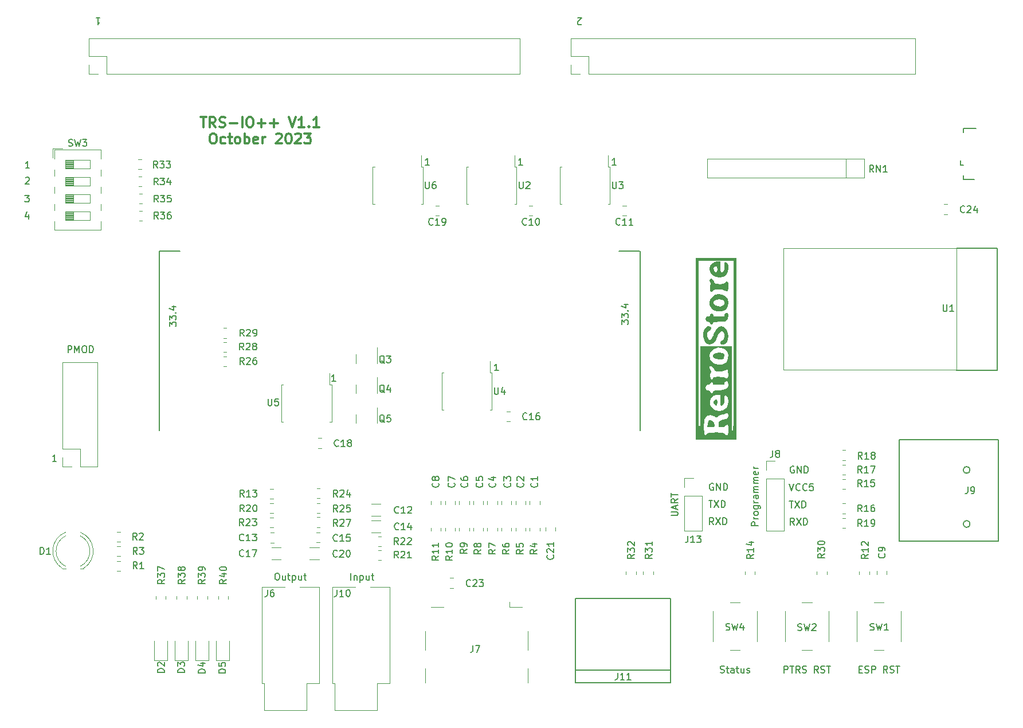
<source format=gbr>
%TF.GenerationSoftware,KiCad,Pcbnew,(6.0.11)*%
%TF.CreationDate,2024-01-27T17:06:12-08:00*%
%TF.ProjectId,TRS-IO++,5452532d-494f-42b2-9b2e-6b696361645f,rev?*%
%TF.SameCoordinates,Original*%
%TF.FileFunction,Legend,Top*%
%TF.FilePolarity,Positive*%
%FSLAX46Y46*%
G04 Gerber Fmt 4.6, Leading zero omitted, Abs format (unit mm)*
G04 Created by KiCad (PCBNEW (6.0.11)) date 2024-01-27 17:06:12*
%MOMM*%
%LPD*%
G01*
G04 APERTURE LIST*
%ADD10C,0.150000*%
%ADD11C,0.300000*%
%ADD12C,0.120000*%
%ADD13C,0.050000*%
G04 APERTURE END LIST*
D10*
X149774414Y-70200780D02*
X149202985Y-70200780D01*
X149488700Y-70200780D02*
X149488700Y-69200780D01*
X149393461Y-69343638D01*
X149298223Y-69438876D01*
X149202985Y-69486495D01*
X164180442Y-123337580D02*
X163847109Y-122861390D01*
X163609014Y-123337580D02*
X163609014Y-122337580D01*
X163989966Y-122337580D01*
X164085204Y-122385200D01*
X164132823Y-122432819D01*
X164180442Y-122528057D01*
X164180442Y-122670914D01*
X164132823Y-122766152D01*
X164085204Y-122813771D01*
X163989966Y-122861390D01*
X163609014Y-122861390D01*
X164513776Y-122337580D02*
X165180442Y-123337580D01*
X165180442Y-122337580D02*
X164513776Y-123337580D01*
X165561395Y-123337580D02*
X165561395Y-122337580D01*
X165799490Y-122337580D01*
X165942347Y-122385200D01*
X166037585Y-122480438D01*
X166085204Y-122575676D01*
X166132823Y-122766152D01*
X166132823Y-122909009D01*
X166085204Y-123099485D01*
X166037585Y-123194723D01*
X165942347Y-123289961D01*
X165799490Y-123337580D01*
X165561395Y-123337580D01*
X62538185Y-72140819D02*
X62585804Y-72093200D01*
X62681042Y-72045580D01*
X62919138Y-72045580D01*
X63014376Y-72093200D01*
X63061995Y-72140819D01*
X63109614Y-72236057D01*
X63109614Y-72331295D01*
X63061995Y-72474152D01*
X62490566Y-73045580D01*
X63109614Y-73045580D01*
X67087714Y-113990380D02*
X66516285Y-113990380D01*
X66802000Y-113990380D02*
X66802000Y-112990380D01*
X66706761Y-113133238D01*
X66611523Y-113228476D01*
X66516285Y-113276095D01*
X110574342Y-131516380D02*
X110574342Y-130516380D01*
X111050533Y-130849714D02*
X111050533Y-131516380D01*
X111050533Y-130944952D02*
X111098152Y-130897333D01*
X111193390Y-130849714D01*
X111336247Y-130849714D01*
X111431485Y-130897333D01*
X111479104Y-130992571D01*
X111479104Y-131516380D01*
X111955295Y-130849714D02*
X111955295Y-131849714D01*
X111955295Y-130897333D02*
X112050533Y-130849714D01*
X112241009Y-130849714D01*
X112336247Y-130897333D01*
X112383866Y-130944952D01*
X112431485Y-131040190D01*
X112431485Y-131325904D01*
X112383866Y-131421142D01*
X112336247Y-131468761D01*
X112241009Y-131516380D01*
X112050533Y-131516380D01*
X111955295Y-131468761D01*
X113288628Y-130849714D02*
X113288628Y-131516380D01*
X112860057Y-130849714D02*
X112860057Y-131373523D01*
X112907676Y-131468761D01*
X113002914Y-131516380D01*
X113145771Y-131516380D01*
X113241009Y-131468761D01*
X113288628Y-131421142D01*
X113621961Y-130849714D02*
X114002914Y-130849714D01*
X113764819Y-130516380D02*
X113764819Y-131373523D01*
X113812438Y-131468761D01*
X113907676Y-131516380D01*
X114002914Y-131516380D01*
X185676128Y-144708571D02*
X186009461Y-144708571D01*
X186152319Y-145232380D02*
X185676128Y-145232380D01*
X185676128Y-144232380D01*
X186152319Y-144232380D01*
X186533271Y-145184761D02*
X186676128Y-145232380D01*
X186914223Y-145232380D01*
X187009461Y-145184761D01*
X187057080Y-145137142D01*
X187104700Y-145041904D01*
X187104700Y-144946666D01*
X187057080Y-144851428D01*
X187009461Y-144803809D01*
X186914223Y-144756190D01*
X186723747Y-144708571D01*
X186628509Y-144660952D01*
X186580890Y-144613333D01*
X186533271Y-144518095D01*
X186533271Y-144422857D01*
X186580890Y-144327619D01*
X186628509Y-144280000D01*
X186723747Y-144232380D01*
X186961842Y-144232380D01*
X187104700Y-144280000D01*
X187533271Y-145232380D02*
X187533271Y-144232380D01*
X187914223Y-144232380D01*
X188009461Y-144280000D01*
X188057080Y-144327619D01*
X188104700Y-144422857D01*
X188104700Y-144565714D01*
X188057080Y-144660952D01*
X188009461Y-144708571D01*
X187914223Y-144756190D01*
X187533271Y-144756190D01*
X189866604Y-145232380D02*
X189533271Y-144756190D01*
X189295176Y-145232380D02*
X189295176Y-144232380D01*
X189676128Y-144232380D01*
X189771366Y-144280000D01*
X189818985Y-144327619D01*
X189866604Y-144422857D01*
X189866604Y-144565714D01*
X189818985Y-144660952D01*
X189771366Y-144708571D01*
X189676128Y-144756190D01*
X189295176Y-144756190D01*
X190247557Y-145184761D02*
X190390414Y-145232380D01*
X190628509Y-145232380D01*
X190723747Y-145184761D01*
X190771366Y-145137142D01*
X190818985Y-145041904D01*
X190818985Y-144946666D01*
X190771366Y-144851428D01*
X190723747Y-144803809D01*
X190628509Y-144756190D01*
X190438033Y-144708571D01*
X190342795Y-144660952D01*
X190295176Y-144613333D01*
X190247557Y-144518095D01*
X190247557Y-144422857D01*
X190295176Y-144327619D01*
X190342795Y-144280000D01*
X190438033Y-144232380D01*
X190676128Y-144232380D01*
X190818985Y-144280000D01*
X191104700Y-144232380D02*
X191676128Y-144232380D01*
X191390414Y-145232380D02*
X191390414Y-144232380D01*
X62963576Y-77509714D02*
X62963576Y-78176380D01*
X62725480Y-77128761D02*
X62487385Y-77843047D01*
X63106433Y-77843047D01*
D11*
X88394071Y-63147471D02*
X89251214Y-63147471D01*
X88822642Y-64647471D02*
X88822642Y-63147471D01*
X90608357Y-64647471D02*
X90108357Y-63933185D01*
X89751214Y-64647471D02*
X89751214Y-63147471D01*
X90322642Y-63147471D01*
X90465500Y-63218900D01*
X90536928Y-63290328D01*
X90608357Y-63433185D01*
X90608357Y-63647471D01*
X90536928Y-63790328D01*
X90465500Y-63861757D01*
X90322642Y-63933185D01*
X89751214Y-63933185D01*
X91179785Y-64576042D02*
X91394071Y-64647471D01*
X91751214Y-64647471D01*
X91894071Y-64576042D01*
X91965500Y-64504614D01*
X92036928Y-64361757D01*
X92036928Y-64218900D01*
X91965500Y-64076042D01*
X91894071Y-64004614D01*
X91751214Y-63933185D01*
X91465500Y-63861757D01*
X91322642Y-63790328D01*
X91251214Y-63718900D01*
X91179785Y-63576042D01*
X91179785Y-63433185D01*
X91251214Y-63290328D01*
X91322642Y-63218900D01*
X91465500Y-63147471D01*
X91822642Y-63147471D01*
X92036928Y-63218900D01*
X92679785Y-64076042D02*
X93822642Y-64076042D01*
X94536928Y-64647471D02*
X94536928Y-63147471D01*
X95536928Y-63147471D02*
X95822642Y-63147471D01*
X95965500Y-63218900D01*
X96108357Y-63361757D01*
X96179785Y-63647471D01*
X96179785Y-64147471D01*
X96108357Y-64433185D01*
X95965500Y-64576042D01*
X95822642Y-64647471D01*
X95536928Y-64647471D01*
X95394071Y-64576042D01*
X95251214Y-64433185D01*
X95179785Y-64147471D01*
X95179785Y-63647471D01*
X95251214Y-63361757D01*
X95394071Y-63218900D01*
X95536928Y-63147471D01*
X96822642Y-64076042D02*
X97965500Y-64076042D01*
X97394071Y-64647471D02*
X97394071Y-63504614D01*
X98679785Y-64076042D02*
X99822642Y-64076042D01*
X99251214Y-64647471D02*
X99251214Y-63504614D01*
X101465500Y-63147471D02*
X101965500Y-64647471D01*
X102465500Y-63147471D01*
X103751214Y-64647471D02*
X102894071Y-64647471D01*
X103322642Y-64647471D02*
X103322642Y-63147471D01*
X103179785Y-63361757D01*
X103036928Y-63504614D01*
X102894071Y-63576042D01*
X104394071Y-64504614D02*
X104465500Y-64576042D01*
X104394071Y-64647471D01*
X104322642Y-64576042D01*
X104394071Y-64504614D01*
X104394071Y-64647471D01*
X105894071Y-64647471D02*
X105036928Y-64647471D01*
X105465500Y-64647471D02*
X105465500Y-63147471D01*
X105322642Y-63361757D01*
X105179785Y-63504614D01*
X105036928Y-63576042D01*
X90108357Y-65562471D02*
X90394071Y-65562471D01*
X90536928Y-65633900D01*
X90679785Y-65776757D01*
X90751214Y-66062471D01*
X90751214Y-66562471D01*
X90679785Y-66848185D01*
X90536928Y-66991042D01*
X90394071Y-67062471D01*
X90108357Y-67062471D01*
X89965500Y-66991042D01*
X89822642Y-66848185D01*
X89751214Y-66562471D01*
X89751214Y-66062471D01*
X89822642Y-65776757D01*
X89965500Y-65633900D01*
X90108357Y-65562471D01*
X92036928Y-66991042D02*
X91894071Y-67062471D01*
X91608357Y-67062471D01*
X91465500Y-66991042D01*
X91394071Y-66919614D01*
X91322642Y-66776757D01*
X91322642Y-66348185D01*
X91394071Y-66205328D01*
X91465500Y-66133900D01*
X91608357Y-66062471D01*
X91894071Y-66062471D01*
X92036928Y-66133900D01*
X92465500Y-66062471D02*
X93036928Y-66062471D01*
X92679785Y-65562471D02*
X92679785Y-66848185D01*
X92751214Y-66991042D01*
X92894071Y-67062471D01*
X93036928Y-67062471D01*
X93751214Y-67062471D02*
X93608357Y-66991042D01*
X93536928Y-66919614D01*
X93465500Y-66776757D01*
X93465500Y-66348185D01*
X93536928Y-66205328D01*
X93608357Y-66133900D01*
X93751214Y-66062471D01*
X93965500Y-66062471D01*
X94108357Y-66133900D01*
X94179785Y-66205328D01*
X94251214Y-66348185D01*
X94251214Y-66776757D01*
X94179785Y-66919614D01*
X94108357Y-66991042D01*
X93965500Y-67062471D01*
X93751214Y-67062471D01*
X94894071Y-67062471D02*
X94894071Y-65562471D01*
X94894071Y-66133900D02*
X95036928Y-66062471D01*
X95322642Y-66062471D01*
X95465500Y-66133900D01*
X95536928Y-66205328D01*
X95608357Y-66348185D01*
X95608357Y-66776757D01*
X95536928Y-66919614D01*
X95465500Y-66991042D01*
X95322642Y-67062471D01*
X95036928Y-67062471D01*
X94894071Y-66991042D01*
X96822642Y-66991042D02*
X96679785Y-67062471D01*
X96394071Y-67062471D01*
X96251214Y-66991042D01*
X96179785Y-66848185D01*
X96179785Y-66276757D01*
X96251214Y-66133900D01*
X96394071Y-66062471D01*
X96679785Y-66062471D01*
X96822642Y-66133900D01*
X96894071Y-66276757D01*
X96894071Y-66419614D01*
X96179785Y-66562471D01*
X97536928Y-67062471D02*
X97536928Y-66062471D01*
X97536928Y-66348185D02*
X97608357Y-66205328D01*
X97679785Y-66133900D01*
X97822642Y-66062471D01*
X97965500Y-66062471D01*
X99536928Y-65705328D02*
X99608357Y-65633900D01*
X99751214Y-65562471D01*
X100108357Y-65562471D01*
X100251214Y-65633900D01*
X100322642Y-65705328D01*
X100394071Y-65848185D01*
X100394071Y-65991042D01*
X100322642Y-66205328D01*
X99465500Y-67062471D01*
X100394071Y-67062471D01*
X101322642Y-65562471D02*
X101465500Y-65562471D01*
X101608357Y-65633900D01*
X101679785Y-65705328D01*
X101751214Y-65848185D01*
X101822642Y-66133900D01*
X101822642Y-66491042D01*
X101751214Y-66776757D01*
X101679785Y-66919614D01*
X101608357Y-66991042D01*
X101465500Y-67062471D01*
X101322642Y-67062471D01*
X101179785Y-66991042D01*
X101108357Y-66919614D01*
X101036928Y-66776757D01*
X100965500Y-66491042D01*
X100965500Y-66133900D01*
X101036928Y-65848185D01*
X101108357Y-65705328D01*
X101179785Y-65633900D01*
X101322642Y-65562471D01*
X102394071Y-65705328D02*
X102465500Y-65633900D01*
X102608357Y-65562471D01*
X102965500Y-65562471D01*
X103108357Y-65633900D01*
X103179785Y-65705328D01*
X103251214Y-65848185D01*
X103251214Y-65991042D01*
X103179785Y-66205328D01*
X102322642Y-67062471D01*
X103251214Y-67062471D01*
X103751214Y-65562471D02*
X104679785Y-65562471D01*
X104179785Y-66133900D01*
X104394071Y-66133900D01*
X104536928Y-66205328D01*
X104608357Y-66276757D01*
X104679785Y-66419614D01*
X104679785Y-66776757D01*
X104608357Y-66919614D01*
X104536928Y-66991042D01*
X104394071Y-67062471D01*
X103965500Y-67062471D01*
X103822642Y-66991042D01*
X103751214Y-66919614D01*
D10*
X62439766Y-74687180D02*
X63058814Y-74687180D01*
X62725480Y-75068133D01*
X62868338Y-75068133D01*
X62963576Y-75115752D01*
X63011195Y-75163371D01*
X63058814Y-75258609D01*
X63058814Y-75496704D01*
X63011195Y-75591942D01*
X62963576Y-75639561D01*
X62868338Y-75687180D01*
X62582623Y-75687180D01*
X62487385Y-75639561D01*
X62439766Y-75591942D01*
X176055123Y-114765200D02*
X175959885Y-114717580D01*
X175817028Y-114717580D01*
X175674171Y-114765200D01*
X175578933Y-114860438D01*
X175531314Y-114955676D01*
X175483695Y-115146152D01*
X175483695Y-115289009D01*
X175531314Y-115479485D01*
X175578933Y-115574723D01*
X175674171Y-115669961D01*
X175817028Y-115717580D01*
X175912266Y-115717580D01*
X176055123Y-115669961D01*
X176102742Y-115622342D01*
X176102742Y-115289009D01*
X175912266Y-115289009D01*
X176531314Y-115717580D02*
X176531314Y-114717580D01*
X177102742Y-115717580D01*
X177102742Y-114717580D01*
X177578933Y-115717580D02*
X177578933Y-114717580D01*
X177817028Y-114717580D01*
X177959885Y-114765200D01*
X178055123Y-114860438D01*
X178102742Y-114955676D01*
X178150361Y-115146152D01*
X178150361Y-115289009D01*
X178102742Y-115479485D01*
X178055123Y-115574723D01*
X177959885Y-115669961D01*
X177817028Y-115717580D01*
X177578933Y-115717580D01*
X144643614Y-49423579D02*
X144595995Y-49471199D01*
X144500757Y-49518818D01*
X144262661Y-49518818D01*
X144167423Y-49471199D01*
X144119804Y-49423579D01*
X144072185Y-49328341D01*
X144072185Y-49233103D01*
X144119804Y-49090246D01*
X144691233Y-48518818D01*
X144072185Y-48518818D01*
X165183333Y-145184761D02*
X165326190Y-145232380D01*
X165564285Y-145232380D01*
X165659523Y-145184761D01*
X165707142Y-145137142D01*
X165754761Y-145041904D01*
X165754761Y-144946666D01*
X165707142Y-144851428D01*
X165659523Y-144803809D01*
X165564285Y-144756190D01*
X165373809Y-144708571D01*
X165278571Y-144660952D01*
X165230952Y-144613333D01*
X165183333Y-144518095D01*
X165183333Y-144422857D01*
X165230952Y-144327619D01*
X165278571Y-144280000D01*
X165373809Y-144232380D01*
X165611904Y-144232380D01*
X165754761Y-144280000D01*
X166040476Y-144565714D02*
X166421428Y-144565714D01*
X166183333Y-144232380D02*
X166183333Y-145089523D01*
X166230952Y-145184761D01*
X166326190Y-145232380D01*
X166421428Y-145232380D01*
X167183333Y-145232380D02*
X167183333Y-144708571D01*
X167135714Y-144613333D01*
X167040476Y-144565714D01*
X166850000Y-144565714D01*
X166754761Y-144613333D01*
X167183333Y-145184761D02*
X167088095Y-145232380D01*
X166850000Y-145232380D01*
X166754761Y-145184761D01*
X166707142Y-145089523D01*
X166707142Y-144994285D01*
X166754761Y-144899047D01*
X166850000Y-144851428D01*
X167088095Y-144851428D01*
X167183333Y-144803809D01*
X167516666Y-144565714D02*
X167897619Y-144565714D01*
X167659523Y-144232380D02*
X167659523Y-145089523D01*
X167707142Y-145184761D01*
X167802380Y-145232380D01*
X167897619Y-145232380D01*
X168659523Y-144565714D02*
X168659523Y-145232380D01*
X168230952Y-144565714D02*
X168230952Y-145089523D01*
X168278571Y-145184761D01*
X168373809Y-145232380D01*
X168516666Y-145232380D01*
X168611904Y-145184761D01*
X168659523Y-145137142D01*
X169088095Y-145184761D02*
X169183333Y-145232380D01*
X169373809Y-145232380D01*
X169469047Y-145184761D01*
X169516666Y-145089523D01*
X169516666Y-145041904D01*
X169469047Y-144946666D01*
X169373809Y-144899047D01*
X169230952Y-144899047D01*
X169135714Y-144851428D01*
X169088095Y-144756190D01*
X169088095Y-144708571D01*
X169135714Y-144613333D01*
X169230952Y-144565714D01*
X169373809Y-144565714D01*
X169469047Y-144613333D01*
X122190014Y-70200780D02*
X121618585Y-70200780D01*
X121904300Y-70200780D02*
X121904300Y-69200780D01*
X121809061Y-69343638D01*
X121713823Y-69438876D01*
X121618585Y-69486495D01*
X175388457Y-117308380D02*
X175721790Y-118308380D01*
X176055123Y-117308380D01*
X176959885Y-118213142D02*
X176912266Y-118260761D01*
X176769409Y-118308380D01*
X176674171Y-118308380D01*
X176531314Y-118260761D01*
X176436076Y-118165523D01*
X176388457Y-118070285D01*
X176340838Y-117879809D01*
X176340838Y-117736952D01*
X176388457Y-117546476D01*
X176436076Y-117451238D01*
X176531314Y-117356000D01*
X176674171Y-117308380D01*
X176769409Y-117308380D01*
X176912266Y-117356000D01*
X176959885Y-117403619D01*
X177959885Y-118213142D02*
X177912266Y-118260761D01*
X177769409Y-118308380D01*
X177674171Y-118308380D01*
X177531314Y-118260761D01*
X177436076Y-118165523D01*
X177388457Y-118070285D01*
X177340838Y-117879809D01*
X177340838Y-117736952D01*
X177388457Y-117546476D01*
X177436076Y-117451238D01*
X177531314Y-117356000D01*
X177674171Y-117308380D01*
X177769409Y-117308380D01*
X177912266Y-117356000D01*
X177959885Y-117403619D01*
X178864647Y-117308380D02*
X178388457Y-117308380D01*
X178340838Y-117784571D01*
X178388457Y-117736952D01*
X178483695Y-117689333D01*
X178721790Y-117689333D01*
X178817028Y-117736952D01*
X178864647Y-117784571D01*
X178912266Y-117879809D01*
X178912266Y-118117904D01*
X178864647Y-118213142D01*
X178817028Y-118260761D01*
X178721790Y-118308380D01*
X178483695Y-118308380D01*
X178388457Y-118260761D01*
X178340838Y-118213142D01*
X176102742Y-123388380D02*
X175769409Y-122912190D01*
X175531314Y-123388380D02*
X175531314Y-122388380D01*
X175912266Y-122388380D01*
X176007504Y-122436000D01*
X176055123Y-122483619D01*
X176102742Y-122578857D01*
X176102742Y-122721714D01*
X176055123Y-122816952D01*
X176007504Y-122864571D01*
X175912266Y-122912190D01*
X175531314Y-122912190D01*
X176436076Y-122388380D02*
X177102742Y-123388380D01*
X177102742Y-122388380D02*
X176436076Y-123388380D01*
X177483695Y-123388380D02*
X177483695Y-122388380D01*
X177721790Y-122388380D01*
X177864647Y-122436000D01*
X177959885Y-122531238D01*
X178007504Y-122626476D01*
X178055123Y-122816952D01*
X178055123Y-122959809D01*
X178007504Y-123150285D01*
X177959885Y-123245523D01*
X177864647Y-123340761D01*
X177721790Y-123388380D01*
X177483695Y-123388380D01*
X135956814Y-70200780D02*
X135385385Y-70200780D01*
X135671100Y-70200780D02*
X135671100Y-69200780D01*
X135575861Y-69343638D01*
X135480623Y-69438876D01*
X135385385Y-69486495D01*
X170784780Y-123508642D02*
X169784780Y-123508642D01*
X169784780Y-123127690D01*
X169832400Y-123032452D01*
X169880019Y-122984833D01*
X169975257Y-122937214D01*
X170118114Y-122937214D01*
X170213352Y-122984833D01*
X170260971Y-123032452D01*
X170308590Y-123127690D01*
X170308590Y-123508642D01*
X170784780Y-122508642D02*
X170118114Y-122508642D01*
X170308590Y-122508642D02*
X170213352Y-122461023D01*
X170165733Y-122413404D01*
X170118114Y-122318166D01*
X170118114Y-122222928D01*
X170784780Y-121746738D02*
X170737161Y-121841976D01*
X170689542Y-121889595D01*
X170594304Y-121937214D01*
X170308590Y-121937214D01*
X170213352Y-121889595D01*
X170165733Y-121841976D01*
X170118114Y-121746738D01*
X170118114Y-121603880D01*
X170165733Y-121508642D01*
X170213352Y-121461023D01*
X170308590Y-121413404D01*
X170594304Y-121413404D01*
X170689542Y-121461023D01*
X170737161Y-121508642D01*
X170784780Y-121603880D01*
X170784780Y-121746738D01*
X170118114Y-120556261D02*
X170927638Y-120556261D01*
X171022876Y-120603880D01*
X171070495Y-120651500D01*
X171118114Y-120746738D01*
X171118114Y-120889595D01*
X171070495Y-120984833D01*
X170737161Y-120556261D02*
X170784780Y-120651500D01*
X170784780Y-120841976D01*
X170737161Y-120937214D01*
X170689542Y-120984833D01*
X170594304Y-121032452D01*
X170308590Y-121032452D01*
X170213352Y-120984833D01*
X170165733Y-120937214D01*
X170118114Y-120841976D01*
X170118114Y-120651500D01*
X170165733Y-120556261D01*
X170784780Y-120080071D02*
X170118114Y-120080071D01*
X170308590Y-120080071D02*
X170213352Y-120032452D01*
X170165733Y-119984833D01*
X170118114Y-119889595D01*
X170118114Y-119794357D01*
X170784780Y-119032452D02*
X170260971Y-119032452D01*
X170165733Y-119080071D01*
X170118114Y-119175309D01*
X170118114Y-119365785D01*
X170165733Y-119461023D01*
X170737161Y-119032452D02*
X170784780Y-119127690D01*
X170784780Y-119365785D01*
X170737161Y-119461023D01*
X170641923Y-119508642D01*
X170546685Y-119508642D01*
X170451447Y-119461023D01*
X170403828Y-119365785D01*
X170403828Y-119127690D01*
X170356209Y-119032452D01*
X170784780Y-118556261D02*
X170118114Y-118556261D01*
X170213352Y-118556261D02*
X170165733Y-118508642D01*
X170118114Y-118413404D01*
X170118114Y-118270547D01*
X170165733Y-118175309D01*
X170260971Y-118127690D01*
X170784780Y-118127690D01*
X170260971Y-118127690D02*
X170165733Y-118080071D01*
X170118114Y-117984833D01*
X170118114Y-117841976D01*
X170165733Y-117746738D01*
X170260971Y-117699119D01*
X170784780Y-117699119D01*
X170784780Y-117222928D02*
X170118114Y-117222928D01*
X170213352Y-117222928D02*
X170165733Y-117175309D01*
X170118114Y-117080071D01*
X170118114Y-116937214D01*
X170165733Y-116841976D01*
X170260971Y-116794357D01*
X170784780Y-116794357D01*
X170260971Y-116794357D02*
X170165733Y-116746738D01*
X170118114Y-116651500D01*
X170118114Y-116508642D01*
X170165733Y-116413404D01*
X170260971Y-116365785D01*
X170784780Y-116365785D01*
X170737161Y-115508642D02*
X170784780Y-115603880D01*
X170784780Y-115794357D01*
X170737161Y-115889595D01*
X170641923Y-115937214D01*
X170260971Y-115937214D01*
X170165733Y-115889595D01*
X170118114Y-115794357D01*
X170118114Y-115603880D01*
X170165733Y-115508642D01*
X170260971Y-115461023D01*
X170356209Y-115461023D01*
X170451447Y-115937214D01*
X170784780Y-115032452D02*
X170118114Y-115032452D01*
X170308590Y-115032452D02*
X170213352Y-114984833D01*
X170165733Y-114937214D01*
X170118114Y-114841976D01*
X170118114Y-114746738D01*
X132390064Y-100579180D02*
X131818635Y-100579180D01*
X132104350Y-100579180D02*
X132104350Y-99579180D01*
X132009111Y-99722038D01*
X131913873Y-99817276D01*
X131818635Y-99864895D01*
X68805657Y-97937580D02*
X68805657Y-96937580D01*
X69186609Y-96937580D01*
X69281847Y-96985200D01*
X69329466Y-97032819D01*
X69377085Y-97128057D01*
X69377085Y-97270914D01*
X69329466Y-97366152D01*
X69281847Y-97413771D01*
X69186609Y-97461390D01*
X68805657Y-97461390D01*
X69805657Y-97937580D02*
X69805657Y-96937580D01*
X70138990Y-97651866D01*
X70472323Y-96937580D01*
X70472323Y-97937580D01*
X71138990Y-96937580D02*
X71329466Y-96937580D01*
X71424704Y-96985200D01*
X71519942Y-97080438D01*
X71567561Y-97270914D01*
X71567561Y-97604247D01*
X71519942Y-97794723D01*
X71424704Y-97889961D01*
X71329466Y-97937580D01*
X71138990Y-97937580D01*
X71043752Y-97889961D01*
X70948514Y-97794723D01*
X70900895Y-97604247D01*
X70900895Y-97270914D01*
X70948514Y-97080438D01*
X71043752Y-96985200D01*
X71138990Y-96937580D01*
X71996133Y-97937580D02*
X71996133Y-96937580D01*
X72234228Y-96937580D01*
X72377085Y-96985200D01*
X72472323Y-97080438D01*
X72519942Y-97175676D01*
X72567561Y-97366152D01*
X72567561Y-97509009D01*
X72519942Y-97699485D01*
X72472323Y-97794723D01*
X72377085Y-97889961D01*
X72234228Y-97937580D01*
X71996133Y-97937580D01*
X164132823Y-117305200D02*
X164037585Y-117257580D01*
X163894728Y-117257580D01*
X163751871Y-117305200D01*
X163656633Y-117400438D01*
X163609014Y-117495676D01*
X163561395Y-117686152D01*
X163561395Y-117829009D01*
X163609014Y-118019485D01*
X163656633Y-118114723D01*
X163751871Y-118209961D01*
X163894728Y-118257580D01*
X163989966Y-118257580D01*
X164132823Y-118209961D01*
X164180442Y-118162342D01*
X164180442Y-117829009D01*
X163989966Y-117829009D01*
X164609014Y-118257580D02*
X164609014Y-117257580D01*
X165180442Y-118257580D01*
X165180442Y-117257580D01*
X165656633Y-118257580D02*
X165656633Y-117257580D01*
X165894728Y-117257580D01*
X166037585Y-117305200D01*
X166132823Y-117400438D01*
X166180442Y-117495676D01*
X166228061Y-117686152D01*
X166228061Y-117829009D01*
X166180442Y-118019485D01*
X166132823Y-118114723D01*
X166037585Y-118209961D01*
X165894728Y-118257580D01*
X165656633Y-118257580D01*
X174595257Y-145232380D02*
X174595257Y-144232380D01*
X174976209Y-144232380D01*
X175071447Y-144280000D01*
X175119066Y-144327619D01*
X175166685Y-144422857D01*
X175166685Y-144565714D01*
X175119066Y-144660952D01*
X175071447Y-144708571D01*
X174976209Y-144756190D01*
X174595257Y-144756190D01*
X175452400Y-144232380D02*
X176023828Y-144232380D01*
X175738114Y-145232380D02*
X175738114Y-144232380D01*
X176928590Y-145232380D02*
X176595257Y-144756190D01*
X176357161Y-145232380D02*
X176357161Y-144232380D01*
X176738114Y-144232380D01*
X176833352Y-144280000D01*
X176880971Y-144327619D01*
X176928590Y-144422857D01*
X176928590Y-144565714D01*
X176880971Y-144660952D01*
X176833352Y-144708571D01*
X176738114Y-144756190D01*
X176357161Y-144756190D01*
X177309542Y-145184761D02*
X177452400Y-145232380D01*
X177690495Y-145232380D01*
X177785733Y-145184761D01*
X177833352Y-145137142D01*
X177880971Y-145041904D01*
X177880971Y-144946666D01*
X177833352Y-144851428D01*
X177785733Y-144803809D01*
X177690495Y-144756190D01*
X177500019Y-144708571D01*
X177404780Y-144660952D01*
X177357161Y-144613333D01*
X177309542Y-144518095D01*
X177309542Y-144422857D01*
X177357161Y-144327619D01*
X177404780Y-144280000D01*
X177500019Y-144232380D01*
X177738114Y-144232380D01*
X177880971Y-144280000D01*
X179642876Y-145232380D02*
X179309542Y-144756190D01*
X179071447Y-145232380D02*
X179071447Y-144232380D01*
X179452400Y-144232380D01*
X179547638Y-144280000D01*
X179595257Y-144327619D01*
X179642876Y-144422857D01*
X179642876Y-144565714D01*
X179595257Y-144660952D01*
X179547638Y-144708571D01*
X179452400Y-144756190D01*
X179071447Y-144756190D01*
X180023828Y-145184761D02*
X180166685Y-145232380D01*
X180404780Y-145232380D01*
X180500019Y-145184761D01*
X180547638Y-145137142D01*
X180595257Y-145041904D01*
X180595257Y-144946666D01*
X180547638Y-144851428D01*
X180500019Y-144803809D01*
X180404780Y-144756190D01*
X180214304Y-144708571D01*
X180119066Y-144660952D01*
X180071447Y-144613333D01*
X180023828Y-144518095D01*
X180023828Y-144422857D01*
X180071447Y-144327619D01*
X180119066Y-144280000D01*
X180214304Y-144232380D01*
X180452400Y-144232380D01*
X180595257Y-144280000D01*
X180880971Y-144232380D02*
X181452400Y-144232380D01*
X181166685Y-145232380D02*
X181166685Y-144232380D01*
X175388457Y-119848380D02*
X175959885Y-119848380D01*
X175674171Y-120848380D02*
X175674171Y-119848380D01*
X176197981Y-119848380D02*
X176864647Y-120848380D01*
X176864647Y-119848380D02*
X176197981Y-120848380D01*
X177245600Y-120848380D02*
X177245600Y-119848380D01*
X177483695Y-119848380D01*
X177626552Y-119896000D01*
X177721790Y-119991238D01*
X177769409Y-120086476D01*
X177817028Y-120276952D01*
X177817028Y-120419809D01*
X177769409Y-120610285D01*
X177721790Y-120705523D01*
X177626552Y-120800761D01*
X177483695Y-120848380D01*
X177245600Y-120848380D01*
X63109614Y-70657980D02*
X62538185Y-70657980D01*
X62823900Y-70657980D02*
X62823900Y-69657980D01*
X62728661Y-69800838D01*
X62633423Y-69896076D01*
X62538185Y-69943695D01*
X72952185Y-48468019D02*
X73523614Y-48468019D01*
X73237900Y-48468019D02*
X73237900Y-49468019D01*
X73333138Y-49325161D01*
X73428376Y-49229923D01*
X73523614Y-49182304D01*
X157897580Y-121991671D02*
X158707104Y-121991671D01*
X158802342Y-121944052D01*
X158849961Y-121896433D01*
X158897580Y-121801195D01*
X158897580Y-121610719D01*
X158849961Y-121515480D01*
X158802342Y-121467861D01*
X158707104Y-121420242D01*
X157897580Y-121420242D01*
X158611866Y-120991671D02*
X158611866Y-120515480D01*
X158897580Y-121086909D02*
X157897580Y-120753576D01*
X158897580Y-120420242D01*
X158897580Y-119515480D02*
X158421390Y-119848814D01*
X158897580Y-120086909D02*
X157897580Y-120086909D01*
X157897580Y-119705957D01*
X157945200Y-119610719D01*
X157992819Y-119563100D01*
X158088057Y-119515480D01*
X158230914Y-119515480D01*
X158326152Y-119563100D01*
X158373771Y-119610719D01*
X158421390Y-119705957D01*
X158421390Y-120086909D01*
X157897580Y-119229766D02*
X157897580Y-118658338D01*
X158897580Y-118944052D02*
X157897580Y-118944052D01*
X108337314Y-102153980D02*
X107765885Y-102153980D01*
X108051600Y-102153980D02*
X108051600Y-101153980D01*
X107956361Y-101296838D01*
X107861123Y-101392076D01*
X107765885Y-101439695D01*
X163466157Y-119797580D02*
X164037585Y-119797580D01*
X163751871Y-120797580D02*
X163751871Y-119797580D01*
X164275681Y-119797580D02*
X164942347Y-120797580D01*
X164942347Y-119797580D02*
X164275681Y-120797580D01*
X165323300Y-120797580D02*
X165323300Y-119797580D01*
X165561395Y-119797580D01*
X165704252Y-119845200D01*
X165799490Y-119940438D01*
X165847109Y-120035676D01*
X165894728Y-120226152D01*
X165894728Y-120369009D01*
X165847109Y-120559485D01*
X165799490Y-120654723D01*
X165704252Y-120749961D01*
X165561395Y-120797580D01*
X165323300Y-120797580D01*
X99626990Y-130516380D02*
X99817466Y-130516380D01*
X99912704Y-130564000D01*
X100007942Y-130659238D01*
X100055561Y-130849714D01*
X100055561Y-131183047D01*
X100007942Y-131373523D01*
X99912704Y-131468761D01*
X99817466Y-131516380D01*
X99626990Y-131516380D01*
X99531752Y-131468761D01*
X99436514Y-131373523D01*
X99388895Y-131183047D01*
X99388895Y-130849714D01*
X99436514Y-130659238D01*
X99531752Y-130564000D01*
X99626990Y-130516380D01*
X100912704Y-130849714D02*
X100912704Y-131516380D01*
X100484133Y-130849714D02*
X100484133Y-131373523D01*
X100531752Y-131468761D01*
X100626990Y-131516380D01*
X100769847Y-131516380D01*
X100865085Y-131468761D01*
X100912704Y-131421142D01*
X101246038Y-130849714D02*
X101626990Y-130849714D01*
X101388895Y-130516380D02*
X101388895Y-131373523D01*
X101436514Y-131468761D01*
X101531752Y-131516380D01*
X101626990Y-131516380D01*
X101960323Y-130849714D02*
X101960323Y-131849714D01*
X101960323Y-130897333D02*
X102055561Y-130849714D01*
X102246038Y-130849714D01*
X102341276Y-130897333D01*
X102388895Y-130944952D01*
X102436514Y-131040190D01*
X102436514Y-131325904D01*
X102388895Y-131421142D01*
X102341276Y-131468761D01*
X102246038Y-131516380D01*
X102055561Y-131516380D01*
X101960323Y-131468761D01*
X103293657Y-130849714D02*
X103293657Y-131516380D01*
X102865085Y-130849714D02*
X102865085Y-131373523D01*
X102912704Y-131468761D01*
X103007942Y-131516380D01*
X103150800Y-131516380D01*
X103246038Y-131468761D01*
X103293657Y-131421142D01*
X103626990Y-130849714D02*
X104007942Y-130849714D01*
X103769847Y-130516380D02*
X103769847Y-131373523D01*
X103817466Y-131468761D01*
X103912704Y-131516380D01*
X104007942Y-131516380D01*
%TO.C,SW4*%
X166001866Y-138884361D02*
X166144723Y-138931980D01*
X166382819Y-138931980D01*
X166478057Y-138884361D01*
X166525676Y-138836742D01*
X166573295Y-138741504D01*
X166573295Y-138646266D01*
X166525676Y-138551028D01*
X166478057Y-138503409D01*
X166382819Y-138455790D01*
X166192342Y-138408171D01*
X166097104Y-138360552D01*
X166049485Y-138312933D01*
X166001866Y-138217695D01*
X166001866Y-138122457D01*
X166049485Y-138027219D01*
X166097104Y-137979600D01*
X166192342Y-137931980D01*
X166430438Y-137931980D01*
X166573295Y-137979600D01*
X166906628Y-137931980D02*
X167144723Y-138931980D01*
X167335200Y-138217695D01*
X167525676Y-138931980D01*
X167763771Y-137931980D01*
X168573295Y-138265314D02*
X168573295Y-138931980D01*
X168335200Y-137884361D02*
X168097104Y-138598647D01*
X168716152Y-138598647D01*
%TO.C,R33*%
X82043842Y-70657980D02*
X81710509Y-70181790D01*
X81472414Y-70657980D02*
X81472414Y-69657980D01*
X81853366Y-69657980D01*
X81948604Y-69705600D01*
X81996223Y-69753219D01*
X82043842Y-69848457D01*
X82043842Y-69991314D01*
X81996223Y-70086552D01*
X81948604Y-70134171D01*
X81853366Y-70181790D01*
X81472414Y-70181790D01*
X82377176Y-69657980D02*
X82996223Y-69657980D01*
X82662890Y-70038933D01*
X82805747Y-70038933D01*
X82900985Y-70086552D01*
X82948604Y-70134171D01*
X82996223Y-70229409D01*
X82996223Y-70467504D01*
X82948604Y-70562742D01*
X82900985Y-70610361D01*
X82805747Y-70657980D01*
X82520033Y-70657980D01*
X82424795Y-70610361D01*
X82377176Y-70562742D01*
X83329557Y-69657980D02*
X83948604Y-69657980D01*
X83615271Y-70038933D01*
X83758128Y-70038933D01*
X83853366Y-70086552D01*
X83900985Y-70134171D01*
X83948604Y-70229409D01*
X83948604Y-70467504D01*
X83900985Y-70562742D01*
X83853366Y-70610361D01*
X83758128Y-70657980D01*
X83472414Y-70657980D01*
X83377176Y-70610361D01*
X83329557Y-70562742D01*
%TO.C,R39*%
X89063812Y-131452857D02*
X88587622Y-131786190D01*
X89063812Y-132024285D02*
X88063812Y-132024285D01*
X88063812Y-131643333D01*
X88111432Y-131548095D01*
X88159051Y-131500476D01*
X88254289Y-131452857D01*
X88397146Y-131452857D01*
X88492384Y-131500476D01*
X88540003Y-131548095D01*
X88587622Y-131643333D01*
X88587622Y-132024285D01*
X88063812Y-131119523D02*
X88063812Y-130500476D01*
X88444765Y-130833809D01*
X88444765Y-130690952D01*
X88492384Y-130595714D01*
X88540003Y-130548095D01*
X88635241Y-130500476D01*
X88873336Y-130500476D01*
X88968574Y-130548095D01*
X89016193Y-130595714D01*
X89063812Y-130690952D01*
X89063812Y-130976666D01*
X89016193Y-131071904D01*
X88968574Y-131119523D01*
X89063812Y-130024285D02*
X89063812Y-129833809D01*
X89016193Y-129738571D01*
X88968574Y-129690952D01*
X88825717Y-129595714D01*
X88635241Y-129548095D01*
X88254289Y-129548095D01*
X88159051Y-129595714D01*
X88111432Y-129643333D01*
X88063812Y-129738571D01*
X88063812Y-129929047D01*
X88111432Y-130024285D01*
X88159051Y-130071904D01*
X88254289Y-130119523D01*
X88492384Y-130119523D01*
X88587622Y-130071904D01*
X88635241Y-130024285D01*
X88682860Y-129929047D01*
X88682860Y-129738571D01*
X88635241Y-129643333D01*
X88587622Y-129595714D01*
X88492384Y-129548095D01*
%TO.C,R8*%
X129814580Y-127035266D02*
X129338390Y-127368600D01*
X129814580Y-127606695D02*
X128814580Y-127606695D01*
X128814580Y-127225742D01*
X128862200Y-127130504D01*
X128909819Y-127082885D01*
X129005057Y-127035266D01*
X129147914Y-127035266D01*
X129243152Y-127082885D01*
X129290771Y-127130504D01*
X129338390Y-127225742D01*
X129338390Y-127606695D01*
X129243152Y-126463838D02*
X129195533Y-126559076D01*
X129147914Y-126606695D01*
X129052676Y-126654314D01*
X129005057Y-126654314D01*
X128909819Y-126606695D01*
X128862200Y-126559076D01*
X128814580Y-126463838D01*
X128814580Y-126273361D01*
X128862200Y-126178123D01*
X128909819Y-126130504D01*
X129005057Y-126082885D01*
X129052676Y-126082885D01*
X129147914Y-126130504D01*
X129195533Y-126178123D01*
X129243152Y-126273361D01*
X129243152Y-126463838D01*
X129290771Y-126559076D01*
X129338390Y-126606695D01*
X129433628Y-126654314D01*
X129624104Y-126654314D01*
X129719342Y-126606695D01*
X129766961Y-126559076D01*
X129814580Y-126463838D01*
X129814580Y-126273361D01*
X129766961Y-126178123D01*
X129719342Y-126130504D01*
X129624104Y-126082885D01*
X129433628Y-126082885D01*
X129338390Y-126130504D01*
X129290771Y-126178123D01*
X129243152Y-126273361D01*
%TO.C,R40*%
X92215680Y-131452857D02*
X91739490Y-131786190D01*
X92215680Y-132024285D02*
X91215680Y-132024285D01*
X91215680Y-131643333D01*
X91263300Y-131548095D01*
X91310919Y-131500476D01*
X91406157Y-131452857D01*
X91549014Y-131452857D01*
X91644252Y-131500476D01*
X91691871Y-131548095D01*
X91739490Y-131643333D01*
X91739490Y-132024285D01*
X91549014Y-130595714D02*
X92215680Y-130595714D01*
X91168061Y-130833809D02*
X91882347Y-131071904D01*
X91882347Y-130452857D01*
X91215680Y-129881428D02*
X91215680Y-129786190D01*
X91263300Y-129690952D01*
X91310919Y-129643333D01*
X91406157Y-129595714D01*
X91596633Y-129548095D01*
X91834728Y-129548095D01*
X92025204Y-129595714D01*
X92120442Y-129643333D01*
X92168061Y-129690952D01*
X92215680Y-129786190D01*
X92215680Y-129881428D01*
X92168061Y-129976666D01*
X92120442Y-130024285D01*
X92025204Y-130071904D01*
X91834728Y-130119523D01*
X91596633Y-130119523D01*
X91406157Y-130071904D01*
X91310919Y-130024285D01*
X91263300Y-129976666D01*
X91215680Y-129881428D01*
%TO.C,SW3*%
X68907366Y-67398761D02*
X69050223Y-67446380D01*
X69288319Y-67446380D01*
X69383557Y-67398761D01*
X69431176Y-67351142D01*
X69478795Y-67255904D01*
X69478795Y-67160666D01*
X69431176Y-67065428D01*
X69383557Y-67017809D01*
X69288319Y-66970190D01*
X69097842Y-66922571D01*
X69002604Y-66874952D01*
X68954985Y-66827333D01*
X68907366Y-66732095D01*
X68907366Y-66636857D01*
X68954985Y-66541619D01*
X69002604Y-66494000D01*
X69097842Y-66446380D01*
X69335938Y-66446380D01*
X69478795Y-66494000D01*
X69812128Y-66446380D02*
X70050223Y-67446380D01*
X70240700Y-66732095D01*
X70431176Y-67446380D01*
X70669271Y-66446380D01*
X70954985Y-66446380D02*
X71574033Y-66446380D01*
X71240700Y-66827333D01*
X71383557Y-66827333D01*
X71478795Y-66874952D01*
X71526414Y-66922571D01*
X71574033Y-67017809D01*
X71574033Y-67255904D01*
X71526414Y-67351142D01*
X71478795Y-67398761D01*
X71383557Y-67446380D01*
X71097842Y-67446380D01*
X71002604Y-67398761D01*
X70954985Y-67351142D01*
%TO.C,R29*%
X94810342Y-95499180D02*
X94477009Y-95022990D01*
X94238914Y-95499180D02*
X94238914Y-94499180D01*
X94619866Y-94499180D01*
X94715104Y-94546800D01*
X94762723Y-94594419D01*
X94810342Y-94689657D01*
X94810342Y-94832514D01*
X94762723Y-94927752D01*
X94715104Y-94975371D01*
X94619866Y-95022990D01*
X94238914Y-95022990D01*
X95191295Y-94594419D02*
X95238914Y-94546800D01*
X95334152Y-94499180D01*
X95572247Y-94499180D01*
X95667485Y-94546800D01*
X95715104Y-94594419D01*
X95762723Y-94689657D01*
X95762723Y-94784895D01*
X95715104Y-94927752D01*
X95143676Y-95499180D01*
X95762723Y-95499180D01*
X96238914Y-95499180D02*
X96429390Y-95499180D01*
X96524628Y-95451561D01*
X96572247Y-95403942D01*
X96667485Y-95261085D01*
X96715104Y-95070609D01*
X96715104Y-94689657D01*
X96667485Y-94594419D01*
X96619866Y-94546800D01*
X96524628Y-94499180D01*
X96334152Y-94499180D01*
X96238914Y-94546800D01*
X96191295Y-94594419D01*
X96143676Y-94689657D01*
X96143676Y-94927752D01*
X96191295Y-95022990D01*
X96238914Y-95070609D01*
X96334152Y-95118228D01*
X96524628Y-95118228D01*
X96619866Y-95070609D01*
X96667485Y-95022990D01*
X96715104Y-94927752D01*
%TO.C,D3*%
X86023246Y-145178495D02*
X85023246Y-145178495D01*
X85023246Y-144940400D01*
X85070866Y-144797542D01*
X85166104Y-144702304D01*
X85261342Y-144654685D01*
X85451818Y-144607066D01*
X85594675Y-144607066D01*
X85785151Y-144654685D01*
X85880389Y-144702304D01*
X85975627Y-144797542D01*
X86023246Y-144940400D01*
X86023246Y-145178495D01*
X85023246Y-144273733D02*
X85023246Y-143654685D01*
X85404199Y-143988019D01*
X85404199Y-143845161D01*
X85451818Y-143749923D01*
X85499437Y-143702304D01*
X85594675Y-143654685D01*
X85832770Y-143654685D01*
X85928008Y-143702304D01*
X85975627Y-143749923D01*
X86023246Y-143845161D01*
X86023246Y-144130876D01*
X85975627Y-144226114D01*
X85928008Y-144273733D01*
%TO.C,C13*%
X94759542Y-125629942D02*
X94711923Y-125677561D01*
X94569066Y-125725180D01*
X94473828Y-125725180D01*
X94330971Y-125677561D01*
X94235733Y-125582323D01*
X94188114Y-125487085D01*
X94140495Y-125296609D01*
X94140495Y-125153752D01*
X94188114Y-124963276D01*
X94235733Y-124868038D01*
X94330971Y-124772800D01*
X94473828Y-124725180D01*
X94569066Y-124725180D01*
X94711923Y-124772800D01*
X94759542Y-124820419D01*
X95711923Y-125725180D02*
X95140495Y-125725180D01*
X95426209Y-125725180D02*
X95426209Y-124725180D01*
X95330971Y-124868038D01*
X95235733Y-124963276D01*
X95140495Y-125010895D01*
X96045257Y-124725180D02*
X96664304Y-124725180D01*
X96330971Y-125106133D01*
X96473828Y-125106133D01*
X96569066Y-125153752D01*
X96616685Y-125201371D01*
X96664304Y-125296609D01*
X96664304Y-125534704D01*
X96616685Y-125629942D01*
X96569066Y-125677561D01*
X96473828Y-125725180D01*
X96188114Y-125725180D01*
X96092876Y-125677561D01*
X96045257Y-125629942D01*
%TO.C,C16*%
X136603042Y-107748342D02*
X136555423Y-107795961D01*
X136412566Y-107843580D01*
X136317328Y-107843580D01*
X136174471Y-107795961D01*
X136079233Y-107700723D01*
X136031614Y-107605485D01*
X135983995Y-107415009D01*
X135983995Y-107272152D01*
X136031614Y-107081676D01*
X136079233Y-106986438D01*
X136174471Y-106891200D01*
X136317328Y-106843580D01*
X136412566Y-106843580D01*
X136555423Y-106891200D01*
X136603042Y-106938819D01*
X137555423Y-107843580D02*
X136983995Y-107843580D01*
X137269709Y-107843580D02*
X137269709Y-106843580D01*
X137174471Y-106986438D01*
X137079233Y-107081676D01*
X136983995Y-107129295D01*
X138412566Y-106843580D02*
X138222090Y-106843580D01*
X138126852Y-106891200D01*
X138079233Y-106938819D01*
X137983995Y-107081676D01*
X137936376Y-107272152D01*
X137936376Y-107653104D01*
X137983995Y-107748342D01*
X138031614Y-107795961D01*
X138126852Y-107843580D01*
X138317328Y-107843580D01*
X138412566Y-107795961D01*
X138460185Y-107748342D01*
X138507804Y-107653104D01*
X138507804Y-107415009D01*
X138460185Y-107319771D01*
X138412566Y-107272152D01*
X138317328Y-107224533D01*
X138126852Y-107224533D01*
X138031614Y-107272152D01*
X137983995Y-107319771D01*
X137936376Y-107415009D01*
%TO.C,R10*%
X125598180Y-127968657D02*
X125121990Y-128301990D01*
X125598180Y-128540085D02*
X124598180Y-128540085D01*
X124598180Y-128159133D01*
X124645800Y-128063895D01*
X124693419Y-128016276D01*
X124788657Y-127968657D01*
X124931514Y-127968657D01*
X125026752Y-128016276D01*
X125074371Y-128063895D01*
X125121990Y-128159133D01*
X125121990Y-128540085D01*
X125598180Y-127016276D02*
X125598180Y-127587704D01*
X125598180Y-127301990D02*
X124598180Y-127301990D01*
X124741038Y-127397228D01*
X124836276Y-127492466D01*
X124883895Y-127587704D01*
X124598180Y-126397228D02*
X124598180Y-126301990D01*
X124645800Y-126206752D01*
X124693419Y-126159133D01*
X124788657Y-126111514D01*
X124979133Y-126063895D01*
X125217228Y-126063895D01*
X125407704Y-126111514D01*
X125502942Y-126159133D01*
X125550561Y-126206752D01*
X125598180Y-126301990D01*
X125598180Y-126397228D01*
X125550561Y-126492466D01*
X125502942Y-126540085D01*
X125407704Y-126587704D01*
X125217228Y-126635323D01*
X124979133Y-126635323D01*
X124788657Y-126587704D01*
X124693419Y-126540085D01*
X124645800Y-126492466D01*
X124598180Y-126397228D01*
%TO.C,R35*%
X82145442Y-75687180D02*
X81812109Y-75210990D01*
X81574014Y-75687180D02*
X81574014Y-74687180D01*
X81954966Y-74687180D01*
X82050204Y-74734800D01*
X82097823Y-74782419D01*
X82145442Y-74877657D01*
X82145442Y-75020514D01*
X82097823Y-75115752D01*
X82050204Y-75163371D01*
X81954966Y-75210990D01*
X81574014Y-75210990D01*
X82478776Y-74687180D02*
X83097823Y-74687180D01*
X82764490Y-75068133D01*
X82907347Y-75068133D01*
X83002585Y-75115752D01*
X83050204Y-75163371D01*
X83097823Y-75258609D01*
X83097823Y-75496704D01*
X83050204Y-75591942D01*
X83002585Y-75639561D01*
X82907347Y-75687180D01*
X82621633Y-75687180D01*
X82526395Y-75639561D01*
X82478776Y-75591942D01*
X84002585Y-74687180D02*
X83526395Y-74687180D01*
X83478776Y-75163371D01*
X83526395Y-75115752D01*
X83621633Y-75068133D01*
X83859728Y-75068133D01*
X83954966Y-75115752D01*
X84002585Y-75163371D01*
X84050204Y-75258609D01*
X84050204Y-75496704D01*
X84002585Y-75591942D01*
X83954966Y-75639561D01*
X83859728Y-75687180D01*
X83621633Y-75687180D01*
X83526395Y-75639561D01*
X83478776Y-75591942D01*
%TO.C,D2*%
X83037180Y-145178495D02*
X82037180Y-145178495D01*
X82037180Y-144940400D01*
X82084800Y-144797542D01*
X82180038Y-144702304D01*
X82275276Y-144654685D01*
X82465752Y-144607066D01*
X82608609Y-144607066D01*
X82799085Y-144654685D01*
X82894323Y-144702304D01*
X82989561Y-144797542D01*
X83037180Y-144940400D01*
X83037180Y-145178495D01*
X82132419Y-144226114D02*
X82084800Y-144178495D01*
X82037180Y-144083257D01*
X82037180Y-143845161D01*
X82084800Y-143749923D01*
X82132419Y-143702304D01*
X82227657Y-143654685D01*
X82322895Y-143654685D01*
X82465752Y-143702304D01*
X83037180Y-144273733D01*
X83037180Y-143654685D01*
%TO.C,R7*%
X131948180Y-127035266D02*
X131471990Y-127368600D01*
X131948180Y-127606695D02*
X130948180Y-127606695D01*
X130948180Y-127225742D01*
X130995800Y-127130504D01*
X131043419Y-127082885D01*
X131138657Y-127035266D01*
X131281514Y-127035266D01*
X131376752Y-127082885D01*
X131424371Y-127130504D01*
X131471990Y-127225742D01*
X131471990Y-127606695D01*
X130948180Y-126701933D02*
X130948180Y-126035266D01*
X131948180Y-126463838D01*
%TO.C,R14*%
X170073580Y-127744457D02*
X169597390Y-128077790D01*
X170073580Y-128315885D02*
X169073580Y-128315885D01*
X169073580Y-127934933D01*
X169121200Y-127839695D01*
X169168819Y-127792076D01*
X169264057Y-127744457D01*
X169406914Y-127744457D01*
X169502152Y-127792076D01*
X169549771Y-127839695D01*
X169597390Y-127934933D01*
X169597390Y-128315885D01*
X170073580Y-126792076D02*
X170073580Y-127363504D01*
X170073580Y-127077790D02*
X169073580Y-127077790D01*
X169216438Y-127173028D01*
X169311676Y-127268266D01*
X169359295Y-127363504D01*
X169406914Y-125934933D02*
X170073580Y-125934933D01*
X169025961Y-126173028D02*
X169740247Y-126411123D01*
X169740247Y-125792076D01*
%TO.C,R16*%
X186097942Y-121419880D02*
X185764609Y-120943690D01*
X185526514Y-121419880D02*
X185526514Y-120419880D01*
X185907466Y-120419880D01*
X186002704Y-120467500D01*
X186050323Y-120515119D01*
X186097942Y-120610357D01*
X186097942Y-120753214D01*
X186050323Y-120848452D01*
X186002704Y-120896071D01*
X185907466Y-120943690D01*
X185526514Y-120943690D01*
X187050323Y-121419880D02*
X186478895Y-121419880D01*
X186764609Y-121419880D02*
X186764609Y-120419880D01*
X186669371Y-120562738D01*
X186574133Y-120657976D01*
X186478895Y-120705595D01*
X187907466Y-120419880D02*
X187716990Y-120419880D01*
X187621752Y-120467500D01*
X187574133Y-120515119D01*
X187478895Y-120657976D01*
X187431276Y-120848452D01*
X187431276Y-121229404D01*
X187478895Y-121324642D01*
X187526514Y-121372261D01*
X187621752Y-121419880D01*
X187812228Y-121419880D01*
X187907466Y-121372261D01*
X187955085Y-121324642D01*
X188002704Y-121229404D01*
X188002704Y-120991309D01*
X187955085Y-120896071D01*
X187907466Y-120848452D01*
X187812228Y-120800833D01*
X187621752Y-120800833D01*
X187526514Y-120848452D01*
X187478895Y-120896071D01*
X187431276Y-120991309D01*
%TO.C,C12*%
X117670342Y-121575941D02*
X117622723Y-121623560D01*
X117479866Y-121671179D01*
X117384628Y-121671179D01*
X117241771Y-121623560D01*
X117146533Y-121528322D01*
X117098914Y-121433084D01*
X117051295Y-121242608D01*
X117051295Y-121099751D01*
X117098914Y-120909275D01*
X117146533Y-120814037D01*
X117241771Y-120718799D01*
X117384628Y-120671179D01*
X117479866Y-120671179D01*
X117622723Y-120718799D01*
X117670342Y-120766418D01*
X118622723Y-121671179D02*
X118051295Y-121671179D01*
X118337009Y-121671179D02*
X118337009Y-120671179D01*
X118241771Y-120814037D01*
X118146533Y-120909275D01*
X118051295Y-120956894D01*
X119003676Y-120766418D02*
X119051295Y-120718799D01*
X119146533Y-120671179D01*
X119384628Y-120671179D01*
X119479866Y-120718799D01*
X119527485Y-120766418D01*
X119575104Y-120861656D01*
X119575104Y-120956894D01*
X119527485Y-121099751D01*
X118956057Y-121671179D01*
X119575104Y-121671179D01*
%TO.C,C6*%
X127763542Y-117205466D02*
X127811161Y-117253085D01*
X127858780Y-117395942D01*
X127858780Y-117491180D01*
X127811161Y-117634038D01*
X127715923Y-117729276D01*
X127620685Y-117776895D01*
X127430209Y-117824514D01*
X127287352Y-117824514D01*
X127096876Y-117776895D01*
X127001638Y-117729276D01*
X126906400Y-117634038D01*
X126858780Y-117491180D01*
X126858780Y-117395942D01*
X126906400Y-117253085D01*
X126954019Y-117205466D01*
X126858780Y-116348323D02*
X126858780Y-116538800D01*
X126906400Y-116634038D01*
X126954019Y-116681657D01*
X127096876Y-116776895D01*
X127287352Y-116824514D01*
X127668304Y-116824514D01*
X127763542Y-116776895D01*
X127811161Y-116729276D01*
X127858780Y-116634038D01*
X127858780Y-116443561D01*
X127811161Y-116348323D01*
X127763542Y-116300704D01*
X127668304Y-116253085D01*
X127430209Y-116253085D01*
X127334971Y-116300704D01*
X127287352Y-116348323D01*
X127239733Y-116443561D01*
X127239733Y-116634038D01*
X127287352Y-116729276D01*
X127334971Y-116776895D01*
X127430209Y-116824514D01*
%TO.C,R34*%
X82094642Y-73147180D02*
X81761309Y-72670990D01*
X81523214Y-73147180D02*
X81523214Y-72147180D01*
X81904166Y-72147180D01*
X81999404Y-72194800D01*
X82047023Y-72242419D01*
X82094642Y-72337657D01*
X82094642Y-72480514D01*
X82047023Y-72575752D01*
X81999404Y-72623371D01*
X81904166Y-72670990D01*
X81523214Y-72670990D01*
X82427976Y-72147180D02*
X83047023Y-72147180D01*
X82713690Y-72528133D01*
X82856547Y-72528133D01*
X82951785Y-72575752D01*
X82999404Y-72623371D01*
X83047023Y-72718609D01*
X83047023Y-72956704D01*
X82999404Y-73051942D01*
X82951785Y-73099561D01*
X82856547Y-73147180D01*
X82570833Y-73147180D01*
X82475595Y-73099561D01*
X82427976Y-73051942D01*
X83904166Y-72480514D02*
X83904166Y-73147180D01*
X83666071Y-72099561D02*
X83427976Y-72813847D01*
X84047023Y-72813847D01*
%TO.C,R2*%
X78979733Y-125572780D02*
X78646400Y-125096590D01*
X78408304Y-125572780D02*
X78408304Y-124572780D01*
X78789257Y-124572780D01*
X78884495Y-124620400D01*
X78932114Y-124668019D01*
X78979733Y-124763257D01*
X78979733Y-124906114D01*
X78932114Y-125001352D01*
X78884495Y-125048971D01*
X78789257Y-125096590D01*
X78408304Y-125096590D01*
X79360685Y-124668019D02*
X79408304Y-124620400D01*
X79503542Y-124572780D01*
X79741638Y-124572780D01*
X79836876Y-124620400D01*
X79884495Y-124668019D01*
X79932114Y-124763257D01*
X79932114Y-124858495D01*
X79884495Y-125001352D01*
X79313066Y-125572780D01*
X79932114Y-125572780D01*
%TO.C,C4*%
X131891042Y-117205466D02*
X131938661Y-117253085D01*
X131986280Y-117395942D01*
X131986280Y-117491180D01*
X131938661Y-117634038D01*
X131843423Y-117729276D01*
X131748185Y-117776895D01*
X131557709Y-117824514D01*
X131414852Y-117824514D01*
X131224376Y-117776895D01*
X131129138Y-117729276D01*
X131033900Y-117634038D01*
X130986280Y-117491180D01*
X130986280Y-117395942D01*
X131033900Y-117253085D01*
X131081519Y-117205466D01*
X131319614Y-116348323D02*
X131986280Y-116348323D01*
X130938661Y-116586419D02*
X131652947Y-116824514D01*
X131652947Y-116205466D01*
%TO.C,R31*%
X155087580Y-127744457D02*
X154611390Y-128077790D01*
X155087580Y-128315885D02*
X154087580Y-128315885D01*
X154087580Y-127934933D01*
X154135200Y-127839695D01*
X154182819Y-127792076D01*
X154278057Y-127744457D01*
X154420914Y-127744457D01*
X154516152Y-127792076D01*
X154563771Y-127839695D01*
X154611390Y-127934933D01*
X154611390Y-128315885D01*
X154087580Y-127411123D02*
X154087580Y-126792076D01*
X154468533Y-127125409D01*
X154468533Y-126982552D01*
X154516152Y-126887314D01*
X154563771Y-126839695D01*
X154659009Y-126792076D01*
X154897104Y-126792076D01*
X154992342Y-126839695D01*
X155039961Y-126887314D01*
X155087580Y-126982552D01*
X155087580Y-127268266D01*
X155039961Y-127363504D01*
X154992342Y-127411123D01*
X155087580Y-125839695D02*
X155087580Y-126411123D01*
X155087580Y-126125409D02*
X154087580Y-126125409D01*
X154230438Y-126220647D01*
X154325676Y-126315885D01*
X154373295Y-126411123D01*
%TO.C,C3*%
X134113542Y-117205466D02*
X134161161Y-117253085D01*
X134208780Y-117395942D01*
X134208780Y-117491180D01*
X134161161Y-117634038D01*
X134065923Y-117729276D01*
X133970685Y-117776895D01*
X133780209Y-117824514D01*
X133637352Y-117824514D01*
X133446876Y-117776895D01*
X133351638Y-117729276D01*
X133256400Y-117634038D01*
X133208780Y-117491180D01*
X133208780Y-117395942D01*
X133256400Y-117253085D01*
X133304019Y-117205466D01*
X133208780Y-116872133D02*
X133208780Y-116253085D01*
X133589733Y-116586419D01*
X133589733Y-116443561D01*
X133637352Y-116348323D01*
X133684971Y-116300704D01*
X133780209Y-116253085D01*
X134018304Y-116253085D01*
X134113542Y-116300704D01*
X134161161Y-116348323D01*
X134208780Y-116443561D01*
X134208780Y-116729276D01*
X134161161Y-116824514D01*
X134113542Y-116872133D01*
%TO.C,C7*%
X125858542Y-117205466D02*
X125906161Y-117253085D01*
X125953780Y-117395942D01*
X125953780Y-117491180D01*
X125906161Y-117634038D01*
X125810923Y-117729276D01*
X125715685Y-117776895D01*
X125525209Y-117824514D01*
X125382352Y-117824514D01*
X125191876Y-117776895D01*
X125096638Y-117729276D01*
X125001400Y-117634038D01*
X124953780Y-117491180D01*
X124953780Y-117395942D01*
X125001400Y-117253085D01*
X125049019Y-117205466D01*
X124953780Y-116872133D02*
X124953780Y-116205466D01*
X125953780Y-116634038D01*
%TO.C,R25*%
X108627942Y-121445280D02*
X108294609Y-120969090D01*
X108056514Y-121445280D02*
X108056514Y-120445280D01*
X108437466Y-120445280D01*
X108532704Y-120492900D01*
X108580323Y-120540519D01*
X108627942Y-120635757D01*
X108627942Y-120778614D01*
X108580323Y-120873852D01*
X108532704Y-120921471D01*
X108437466Y-120969090D01*
X108056514Y-120969090D01*
X109008895Y-120540519D02*
X109056514Y-120492900D01*
X109151752Y-120445280D01*
X109389847Y-120445280D01*
X109485085Y-120492900D01*
X109532704Y-120540519D01*
X109580323Y-120635757D01*
X109580323Y-120730995D01*
X109532704Y-120873852D01*
X108961276Y-121445280D01*
X109580323Y-121445280D01*
X110485085Y-120445280D02*
X110008895Y-120445280D01*
X109961276Y-120921471D01*
X110008895Y-120873852D01*
X110104133Y-120826233D01*
X110342228Y-120826233D01*
X110437466Y-120873852D01*
X110485085Y-120921471D01*
X110532704Y-121016709D01*
X110532704Y-121254804D01*
X110485085Y-121350042D01*
X110437466Y-121397661D01*
X110342228Y-121445280D01*
X110104133Y-121445280D01*
X110008895Y-121397661D01*
X109961276Y-121350042D01*
%TO.C,R27*%
X108627942Y-123553480D02*
X108294609Y-123077290D01*
X108056514Y-123553480D02*
X108056514Y-122553480D01*
X108437466Y-122553480D01*
X108532704Y-122601100D01*
X108580323Y-122648719D01*
X108627942Y-122743957D01*
X108627942Y-122886814D01*
X108580323Y-122982052D01*
X108532704Y-123029671D01*
X108437466Y-123077290D01*
X108056514Y-123077290D01*
X109008895Y-122648719D02*
X109056514Y-122601100D01*
X109151752Y-122553480D01*
X109389847Y-122553480D01*
X109485085Y-122601100D01*
X109532704Y-122648719D01*
X109580323Y-122743957D01*
X109580323Y-122839195D01*
X109532704Y-122982052D01*
X108961276Y-123553480D01*
X109580323Y-123553480D01*
X109913657Y-122553480D02*
X110580323Y-122553480D01*
X110151752Y-123553480D01*
%TO.C,C1*%
X138101342Y-117205466D02*
X138148961Y-117253085D01*
X138196580Y-117395942D01*
X138196580Y-117491180D01*
X138148961Y-117634038D01*
X138053723Y-117729276D01*
X137958485Y-117776895D01*
X137768009Y-117824514D01*
X137625152Y-117824514D01*
X137434676Y-117776895D01*
X137339438Y-117729276D01*
X137244200Y-117634038D01*
X137196580Y-117491180D01*
X137196580Y-117395942D01*
X137244200Y-117253085D01*
X137291819Y-117205466D01*
X138196580Y-116253085D02*
X138196580Y-116824514D01*
X138196580Y-116538800D02*
X137196580Y-116538800D01*
X137339438Y-116634038D01*
X137434676Y-116729276D01*
X137482295Y-116824514D01*
%TO.C,SW2*%
X176644016Y-138936361D02*
X176786873Y-138983980D01*
X177024969Y-138983980D01*
X177120207Y-138936361D01*
X177167826Y-138888742D01*
X177215445Y-138793504D01*
X177215445Y-138698266D01*
X177167826Y-138603028D01*
X177120207Y-138555409D01*
X177024969Y-138507790D01*
X176834492Y-138460171D01*
X176739254Y-138412552D01*
X176691635Y-138364933D01*
X176644016Y-138269695D01*
X176644016Y-138174457D01*
X176691635Y-138079219D01*
X176739254Y-138031600D01*
X176834492Y-137983980D01*
X177072588Y-137983980D01*
X177215445Y-138031600D01*
X177548778Y-137983980D02*
X177786873Y-138983980D01*
X177977350Y-138269695D01*
X178167826Y-138983980D01*
X178405921Y-137983980D01*
X178739254Y-138079219D02*
X178786873Y-138031600D01*
X178882111Y-137983980D01*
X179120207Y-137983980D01*
X179215445Y-138031600D01*
X179263064Y-138079219D01*
X179310683Y-138174457D01*
X179310683Y-138269695D01*
X179263064Y-138412552D01*
X178691635Y-138983980D01*
X179310683Y-138983980D01*
%TO.C,J10*%
X108512077Y-132954781D02*
X108512077Y-133669067D01*
X108464458Y-133811924D01*
X108369220Y-133907162D01*
X108226362Y-133954781D01*
X108131124Y-133954781D01*
X109512077Y-133954781D02*
X108940648Y-133954781D01*
X109226362Y-133954781D02*
X109226362Y-132954781D01*
X109131124Y-133097639D01*
X109035886Y-133192877D01*
X108940648Y-133240496D01*
X110131124Y-132954781D02*
X110226362Y-132954781D01*
X110321601Y-133002401D01*
X110369220Y-133050020D01*
X110416839Y-133145258D01*
X110464458Y-133335734D01*
X110464458Y-133573829D01*
X110416839Y-133764305D01*
X110369220Y-133859543D01*
X110321601Y-133907162D01*
X110226362Y-133954781D01*
X110131124Y-133954781D01*
X110035886Y-133907162D01*
X109988267Y-133859543D01*
X109940648Y-133764305D01*
X109893029Y-133573829D01*
X109893029Y-133335734D01*
X109940648Y-133145258D01*
X109988267Y-133050020D01*
X110035886Y-133002401D01*
X110131124Y-132954781D01*
%TO.C,C19*%
X122734642Y-78999142D02*
X122687023Y-79046761D01*
X122544166Y-79094380D01*
X122448928Y-79094380D01*
X122306071Y-79046761D01*
X122210833Y-78951523D01*
X122163214Y-78856285D01*
X122115595Y-78665809D01*
X122115595Y-78522952D01*
X122163214Y-78332476D01*
X122210833Y-78237238D01*
X122306071Y-78142000D01*
X122448928Y-78094380D01*
X122544166Y-78094380D01*
X122687023Y-78142000D01*
X122734642Y-78189619D01*
X123687023Y-79094380D02*
X123115595Y-79094380D01*
X123401309Y-79094380D02*
X123401309Y-78094380D01*
X123306071Y-78237238D01*
X123210833Y-78332476D01*
X123115595Y-78380095D01*
X124163214Y-79094380D02*
X124353690Y-79094380D01*
X124448928Y-79046761D01*
X124496547Y-78999142D01*
X124591785Y-78856285D01*
X124639404Y-78665809D01*
X124639404Y-78284857D01*
X124591785Y-78189619D01*
X124544166Y-78142000D01*
X124448928Y-78094380D01*
X124258452Y-78094380D01*
X124163214Y-78142000D01*
X124115595Y-78189619D01*
X124067976Y-78284857D01*
X124067976Y-78522952D01*
X124115595Y-78618190D01*
X124163214Y-78665809D01*
X124258452Y-78713428D01*
X124448928Y-78713428D01*
X124544166Y-78665809D01*
X124591785Y-78618190D01*
X124639404Y-78522952D01*
%TO.C,C8*%
X123521742Y-117205466D02*
X123569361Y-117253085D01*
X123616980Y-117395942D01*
X123616980Y-117491180D01*
X123569361Y-117634038D01*
X123474123Y-117729276D01*
X123378885Y-117776895D01*
X123188409Y-117824514D01*
X123045552Y-117824514D01*
X122855076Y-117776895D01*
X122759838Y-117729276D01*
X122664600Y-117634038D01*
X122616980Y-117491180D01*
X122616980Y-117395942D01*
X122664600Y-117253085D01*
X122712219Y-117205466D01*
X123045552Y-116634038D02*
X122997933Y-116729276D01*
X122950314Y-116776895D01*
X122855076Y-116824514D01*
X122807457Y-116824514D01*
X122712219Y-116776895D01*
X122664600Y-116729276D01*
X122616980Y-116634038D01*
X122616980Y-116443561D01*
X122664600Y-116348323D01*
X122712219Y-116300704D01*
X122807457Y-116253085D01*
X122855076Y-116253085D01*
X122950314Y-116300704D01*
X122997933Y-116348323D01*
X123045552Y-116443561D01*
X123045552Y-116634038D01*
X123093171Y-116729276D01*
X123140790Y-116776895D01*
X123236028Y-116824514D01*
X123426504Y-116824514D01*
X123521742Y-116776895D01*
X123569361Y-116729276D01*
X123616980Y-116634038D01*
X123616980Y-116443561D01*
X123569361Y-116348323D01*
X123521742Y-116300704D01*
X123426504Y-116253085D01*
X123236028Y-116253085D01*
X123140790Y-116300704D01*
X123093171Y-116348323D01*
X123045552Y-116443561D01*
%TO.C,C23*%
X128262142Y-132381942D02*
X128214523Y-132429561D01*
X128071666Y-132477180D01*
X127976428Y-132477180D01*
X127833571Y-132429561D01*
X127738333Y-132334323D01*
X127690714Y-132239085D01*
X127643095Y-132048609D01*
X127643095Y-131905752D01*
X127690714Y-131715276D01*
X127738333Y-131620038D01*
X127833571Y-131524800D01*
X127976428Y-131477180D01*
X128071666Y-131477180D01*
X128214523Y-131524800D01*
X128262142Y-131572419D01*
X128643095Y-131572419D02*
X128690714Y-131524800D01*
X128785952Y-131477180D01*
X129024047Y-131477180D01*
X129119285Y-131524800D01*
X129166904Y-131572419D01*
X129214523Y-131667657D01*
X129214523Y-131762895D01*
X129166904Y-131905752D01*
X128595476Y-132477180D01*
X129214523Y-132477180D01*
X129547857Y-131477180D02*
X130166904Y-131477180D01*
X129833571Y-131858133D01*
X129976428Y-131858133D01*
X130071666Y-131905752D01*
X130119285Y-131953371D01*
X130166904Y-132048609D01*
X130166904Y-132286704D01*
X130119285Y-132381942D01*
X130071666Y-132429561D01*
X129976428Y-132477180D01*
X129690714Y-132477180D01*
X129595476Y-132429561D01*
X129547857Y-132381942D01*
%TO.C,Q3*%
X115576361Y-99506019D02*
X115481123Y-99458400D01*
X115385885Y-99363161D01*
X115243028Y-99220304D01*
X115147790Y-99172685D01*
X115052552Y-99172685D01*
X115100171Y-99410780D02*
X115004933Y-99363161D01*
X114909695Y-99267923D01*
X114862076Y-99077447D01*
X114862076Y-98744114D01*
X114909695Y-98553638D01*
X115004933Y-98458400D01*
X115100171Y-98410780D01*
X115290647Y-98410780D01*
X115385885Y-98458400D01*
X115481123Y-98553638D01*
X115528742Y-98744114D01*
X115528742Y-99077447D01*
X115481123Y-99267923D01*
X115385885Y-99363161D01*
X115290647Y-99410780D01*
X115100171Y-99410780D01*
X115862076Y-98410780D02*
X116481123Y-98410780D01*
X116147790Y-98791733D01*
X116290647Y-98791733D01*
X116385885Y-98839352D01*
X116433504Y-98886971D01*
X116481123Y-98982209D01*
X116481123Y-99220304D01*
X116433504Y-99315542D01*
X116385885Y-99363161D01*
X116290647Y-99410780D01*
X116004933Y-99410780D01*
X115909695Y-99363161D01*
X115862076Y-99315542D01*
%TO.C,J7*%
X128622466Y-141179980D02*
X128622466Y-141894266D01*
X128574847Y-142037123D01*
X128479609Y-142132361D01*
X128336752Y-142179980D01*
X128241514Y-142179980D01*
X129003419Y-141179980D02*
X129670085Y-141179980D01*
X129241514Y-142179980D01*
%TO.C,R20*%
X94810342Y-121407180D02*
X94477009Y-120930990D01*
X94238914Y-121407180D02*
X94238914Y-120407180D01*
X94619866Y-120407180D01*
X94715104Y-120454800D01*
X94762723Y-120502419D01*
X94810342Y-120597657D01*
X94810342Y-120740514D01*
X94762723Y-120835752D01*
X94715104Y-120883371D01*
X94619866Y-120930990D01*
X94238914Y-120930990D01*
X95191295Y-120502419D02*
X95238914Y-120454800D01*
X95334152Y-120407180D01*
X95572247Y-120407180D01*
X95667485Y-120454800D01*
X95715104Y-120502419D01*
X95762723Y-120597657D01*
X95762723Y-120692895D01*
X95715104Y-120835752D01*
X95143676Y-121407180D01*
X95762723Y-121407180D01*
X96381771Y-120407180D02*
X96477009Y-120407180D01*
X96572247Y-120454800D01*
X96619866Y-120502419D01*
X96667485Y-120597657D01*
X96715104Y-120788133D01*
X96715104Y-121026228D01*
X96667485Y-121216704D01*
X96619866Y-121311942D01*
X96572247Y-121359561D01*
X96477009Y-121407180D01*
X96381771Y-121407180D01*
X96286533Y-121359561D01*
X96238914Y-121311942D01*
X96191295Y-121216704D01*
X96143676Y-121026228D01*
X96143676Y-120788133D01*
X96191295Y-120597657D01*
X96238914Y-120502419D01*
X96286533Y-120454800D01*
X96381771Y-120407180D01*
%TO.C,J9*%
X201736666Y-117765580D02*
X201736666Y-118479866D01*
X201689047Y-118622723D01*
X201593809Y-118717961D01*
X201450952Y-118765580D01*
X201355714Y-118765580D01*
X202260476Y-118765580D02*
X202450952Y-118765580D01*
X202546190Y-118717961D01*
X202593809Y-118670342D01*
X202689047Y-118527485D01*
X202736666Y-118337009D01*
X202736666Y-117956057D01*
X202689047Y-117860819D01*
X202641428Y-117813200D01*
X202546190Y-117765580D01*
X202355714Y-117765580D01*
X202260476Y-117813200D01*
X202212857Y-117860819D01*
X202165238Y-117956057D01*
X202165238Y-118194152D01*
X202212857Y-118289390D01*
X202260476Y-118337009D01*
X202355714Y-118384628D01*
X202546190Y-118384628D01*
X202641428Y-118337009D01*
X202689047Y-118289390D01*
X202736666Y-118194152D01*
%TO.C,C9*%
X189434742Y-127623866D02*
X189482361Y-127671485D01*
X189529980Y-127814342D01*
X189529980Y-127909580D01*
X189482361Y-128052438D01*
X189387123Y-128147676D01*
X189291885Y-128195295D01*
X189101409Y-128242914D01*
X188958552Y-128242914D01*
X188768076Y-128195295D01*
X188672838Y-128147676D01*
X188577600Y-128052438D01*
X188529980Y-127909580D01*
X188529980Y-127814342D01*
X188577600Y-127671485D01*
X188625219Y-127623866D01*
X189529980Y-127147676D02*
X189529980Y-126957200D01*
X189482361Y-126861961D01*
X189434742Y-126814342D01*
X189291885Y-126719104D01*
X189101409Y-126671485D01*
X188720457Y-126671485D01*
X188625219Y-126719104D01*
X188577600Y-126766723D01*
X188529980Y-126861961D01*
X188529980Y-127052438D01*
X188577600Y-127147676D01*
X188625219Y-127195295D01*
X188720457Y-127242914D01*
X188958552Y-127242914D01*
X189053790Y-127195295D01*
X189101409Y-127147676D01*
X189149028Y-127052438D01*
X189149028Y-126861961D01*
X189101409Y-126766723D01*
X189053790Y-126719104D01*
X188958552Y-126671485D01*
%TO.C,R36*%
X82145442Y-78176380D02*
X81812109Y-77700190D01*
X81574014Y-78176380D02*
X81574014Y-77176380D01*
X81954966Y-77176380D01*
X82050204Y-77224000D01*
X82097823Y-77271619D01*
X82145442Y-77366857D01*
X82145442Y-77509714D01*
X82097823Y-77604952D01*
X82050204Y-77652571D01*
X81954966Y-77700190D01*
X81574014Y-77700190D01*
X82478776Y-77176380D02*
X83097823Y-77176380D01*
X82764490Y-77557333D01*
X82907347Y-77557333D01*
X83002585Y-77604952D01*
X83050204Y-77652571D01*
X83097823Y-77747809D01*
X83097823Y-77985904D01*
X83050204Y-78081142D01*
X83002585Y-78128761D01*
X82907347Y-78176380D01*
X82621633Y-78176380D01*
X82526395Y-78128761D01*
X82478776Y-78081142D01*
X83954966Y-77176380D02*
X83764490Y-77176380D01*
X83669252Y-77224000D01*
X83621633Y-77271619D01*
X83526395Y-77414476D01*
X83478776Y-77604952D01*
X83478776Y-77985904D01*
X83526395Y-78081142D01*
X83574014Y-78128761D01*
X83669252Y-78176380D01*
X83859728Y-78176380D01*
X83954966Y-78128761D01*
X84002585Y-78081142D01*
X84050204Y-77985904D01*
X84050204Y-77747809D01*
X84002585Y-77652571D01*
X83954966Y-77604952D01*
X83859728Y-77557333D01*
X83669252Y-77557333D01*
X83574014Y-77604952D01*
X83526395Y-77652571D01*
X83478776Y-77747809D01*
%TO.C,J8*%
X172921832Y-112387579D02*
X172921832Y-113101865D01*
X172874213Y-113244722D01*
X172778975Y-113339960D01*
X172636118Y-113387579D01*
X172540880Y-113387579D01*
X173540880Y-112816151D02*
X173445642Y-112768532D01*
X173398023Y-112720913D01*
X173350404Y-112625675D01*
X173350404Y-112578056D01*
X173398023Y-112482818D01*
X173445642Y-112435199D01*
X173540880Y-112387579D01*
X173731356Y-112387579D01*
X173826594Y-112435199D01*
X173874213Y-112482818D01*
X173921832Y-112578056D01*
X173921832Y-112625675D01*
X173874213Y-112720913D01*
X173826594Y-112768532D01*
X173731356Y-112816151D01*
X173540880Y-112816151D01*
X173445642Y-112863770D01*
X173398023Y-112911389D01*
X173350404Y-113006627D01*
X173350404Y-113197103D01*
X173398023Y-113292341D01*
X173445642Y-113339960D01*
X173540880Y-113387579D01*
X173731356Y-113387579D01*
X173826594Y-113339960D01*
X173874213Y-113292341D01*
X173921832Y-113197103D01*
X173921832Y-113006627D01*
X173874213Y-112911389D01*
X173826594Y-112863770D01*
X173731356Y-112816151D01*
%TO.C,R17*%
X186082242Y-115666780D02*
X185748909Y-115190590D01*
X185510814Y-115666780D02*
X185510814Y-114666780D01*
X185891766Y-114666780D01*
X185987004Y-114714400D01*
X186034623Y-114762019D01*
X186082242Y-114857257D01*
X186082242Y-115000114D01*
X186034623Y-115095352D01*
X185987004Y-115142971D01*
X185891766Y-115190590D01*
X185510814Y-115190590D01*
X187034623Y-115666780D02*
X186463195Y-115666780D01*
X186748909Y-115666780D02*
X186748909Y-114666780D01*
X186653671Y-114809638D01*
X186558433Y-114904876D01*
X186463195Y-114952495D01*
X187367957Y-114666780D02*
X188034623Y-114666780D01*
X187606052Y-115666780D01*
%TO.C,R26*%
X94810342Y-99664780D02*
X94477009Y-99188590D01*
X94238914Y-99664780D02*
X94238914Y-98664780D01*
X94619866Y-98664780D01*
X94715104Y-98712400D01*
X94762723Y-98760019D01*
X94810342Y-98855257D01*
X94810342Y-98998114D01*
X94762723Y-99093352D01*
X94715104Y-99140971D01*
X94619866Y-99188590D01*
X94238914Y-99188590D01*
X95191295Y-98760019D02*
X95238914Y-98712400D01*
X95334152Y-98664780D01*
X95572247Y-98664780D01*
X95667485Y-98712400D01*
X95715104Y-98760019D01*
X95762723Y-98855257D01*
X95762723Y-98950495D01*
X95715104Y-99093352D01*
X95143676Y-99664780D01*
X95762723Y-99664780D01*
X96619866Y-98664780D02*
X96429390Y-98664780D01*
X96334152Y-98712400D01*
X96286533Y-98760019D01*
X96191295Y-98902876D01*
X96143676Y-99093352D01*
X96143676Y-99474304D01*
X96191295Y-99569542D01*
X96238914Y-99617161D01*
X96334152Y-99664780D01*
X96524628Y-99664780D01*
X96619866Y-99617161D01*
X96667485Y-99569542D01*
X96715104Y-99474304D01*
X96715104Y-99236209D01*
X96667485Y-99140971D01*
X96619866Y-99093352D01*
X96524628Y-99045733D01*
X96334152Y-99045733D01*
X96238914Y-99093352D01*
X96191295Y-99140971D01*
X96143676Y-99236209D01*
%TO.C,Q4*%
X115576361Y-103824019D02*
X115481123Y-103776400D01*
X115385885Y-103681161D01*
X115243028Y-103538304D01*
X115147790Y-103490685D01*
X115052552Y-103490685D01*
X115100171Y-103728780D02*
X115004933Y-103681161D01*
X114909695Y-103585923D01*
X114862076Y-103395447D01*
X114862076Y-103062114D01*
X114909695Y-102871638D01*
X115004933Y-102776400D01*
X115100171Y-102728780D01*
X115290647Y-102728780D01*
X115385885Y-102776400D01*
X115481123Y-102871638D01*
X115528742Y-103062114D01*
X115528742Y-103395447D01*
X115481123Y-103585923D01*
X115385885Y-103681161D01*
X115290647Y-103728780D01*
X115100171Y-103728780D01*
X116385885Y-103062114D02*
X116385885Y-103728780D01*
X116147790Y-102681161D02*
X115909695Y-103395447D01*
X116528742Y-103395447D01*
%TO.C,SW1*%
X187322166Y-138885561D02*
X187465023Y-138933180D01*
X187703119Y-138933180D01*
X187798357Y-138885561D01*
X187845976Y-138837942D01*
X187893595Y-138742704D01*
X187893595Y-138647466D01*
X187845976Y-138552228D01*
X187798357Y-138504609D01*
X187703119Y-138456990D01*
X187512642Y-138409371D01*
X187417404Y-138361752D01*
X187369785Y-138314133D01*
X187322166Y-138218895D01*
X187322166Y-138123657D01*
X187369785Y-138028419D01*
X187417404Y-137980800D01*
X187512642Y-137933180D01*
X187750738Y-137933180D01*
X187893595Y-137980800D01*
X188226928Y-137933180D02*
X188465023Y-138933180D01*
X188655500Y-138218895D01*
X188845976Y-138933180D01*
X189084071Y-137933180D01*
X189988833Y-138933180D02*
X189417404Y-138933180D01*
X189703119Y-138933180D02*
X189703119Y-137933180D01*
X189607880Y-138076038D01*
X189512642Y-138171276D01*
X189417404Y-138218895D01*
%TO.C,R32*%
X152496780Y-127744457D02*
X152020590Y-128077790D01*
X152496780Y-128315885D02*
X151496780Y-128315885D01*
X151496780Y-127934933D01*
X151544400Y-127839695D01*
X151592019Y-127792076D01*
X151687257Y-127744457D01*
X151830114Y-127744457D01*
X151925352Y-127792076D01*
X151972971Y-127839695D01*
X152020590Y-127934933D01*
X152020590Y-128315885D01*
X151496780Y-127411123D02*
X151496780Y-126792076D01*
X151877733Y-127125409D01*
X151877733Y-126982552D01*
X151925352Y-126887314D01*
X151972971Y-126839695D01*
X152068209Y-126792076D01*
X152306304Y-126792076D01*
X152401542Y-126839695D01*
X152449161Y-126887314D01*
X152496780Y-126982552D01*
X152496780Y-127268266D01*
X152449161Y-127363504D01*
X152401542Y-127411123D01*
X151592019Y-126411123D02*
X151544400Y-126363504D01*
X151496780Y-126268266D01*
X151496780Y-126030171D01*
X151544400Y-125934933D01*
X151592019Y-125887314D01*
X151687257Y-125839695D01*
X151782495Y-125839695D01*
X151925352Y-125887314D01*
X152496780Y-126458742D01*
X152496780Y-125839695D01*
%TO.C,R18*%
X186133042Y-113634780D02*
X185799709Y-113158590D01*
X185561614Y-113634780D02*
X185561614Y-112634780D01*
X185942566Y-112634780D01*
X186037804Y-112682400D01*
X186085423Y-112730019D01*
X186133042Y-112825257D01*
X186133042Y-112968114D01*
X186085423Y-113063352D01*
X186037804Y-113110971D01*
X185942566Y-113158590D01*
X185561614Y-113158590D01*
X187085423Y-113634780D02*
X186513995Y-113634780D01*
X186799709Y-113634780D02*
X186799709Y-112634780D01*
X186704471Y-112777638D01*
X186609233Y-112872876D01*
X186513995Y-112920495D01*
X187656852Y-113063352D02*
X187561614Y-113015733D01*
X187513995Y-112968114D01*
X187466376Y-112872876D01*
X187466376Y-112825257D01*
X187513995Y-112730019D01*
X187561614Y-112682400D01*
X187656852Y-112634780D01*
X187847328Y-112634780D01*
X187942566Y-112682400D01*
X187990185Y-112730019D01*
X188037804Y-112825257D01*
X188037804Y-112872876D01*
X187990185Y-112968114D01*
X187942566Y-113015733D01*
X187847328Y-113063352D01*
X187656852Y-113063352D01*
X187561614Y-113110971D01*
X187513995Y-113158590D01*
X187466376Y-113253828D01*
X187466376Y-113444304D01*
X187513995Y-113539542D01*
X187561614Y-113587161D01*
X187656852Y-113634780D01*
X187847328Y-113634780D01*
X187942566Y-113587161D01*
X187990185Y-113539542D01*
X188037804Y-113444304D01*
X188037804Y-113253828D01*
X187990185Y-113158590D01*
X187942566Y-113110971D01*
X187847328Y-113063352D01*
%TO.C,R19*%
X186097942Y-123591580D02*
X185764609Y-123115390D01*
X185526514Y-123591580D02*
X185526514Y-122591580D01*
X185907466Y-122591580D01*
X186002704Y-122639200D01*
X186050323Y-122686819D01*
X186097942Y-122782057D01*
X186097942Y-122924914D01*
X186050323Y-123020152D01*
X186002704Y-123067771D01*
X185907466Y-123115390D01*
X185526514Y-123115390D01*
X187050323Y-123591580D02*
X186478895Y-123591580D01*
X186764609Y-123591580D02*
X186764609Y-122591580D01*
X186669371Y-122734438D01*
X186574133Y-122829676D01*
X186478895Y-122877295D01*
X187526514Y-123591580D02*
X187716990Y-123591580D01*
X187812228Y-123543961D01*
X187859847Y-123496342D01*
X187955085Y-123353485D01*
X188002704Y-123163009D01*
X188002704Y-122782057D01*
X187955085Y-122686819D01*
X187907466Y-122639200D01*
X187812228Y-122591580D01*
X187621752Y-122591580D01*
X187526514Y-122639200D01*
X187478895Y-122686819D01*
X187431276Y-122782057D01*
X187431276Y-123020152D01*
X187478895Y-123115390D01*
X187526514Y-123163009D01*
X187621752Y-123210628D01*
X187812228Y-123210628D01*
X187907466Y-123163009D01*
X187955085Y-123115390D01*
X188002704Y-123020152D01*
%TO.C,R1*%
X79030533Y-129839980D02*
X78697200Y-129363790D01*
X78459104Y-129839980D02*
X78459104Y-128839980D01*
X78840057Y-128839980D01*
X78935295Y-128887600D01*
X78982914Y-128935219D01*
X79030533Y-129030457D01*
X79030533Y-129173314D01*
X78982914Y-129268552D01*
X78935295Y-129316171D01*
X78840057Y-129363790D01*
X78459104Y-129363790D01*
X79982914Y-129839980D02*
X79411485Y-129839980D01*
X79697200Y-129839980D02*
X79697200Y-128839980D01*
X79601961Y-128982838D01*
X79506723Y-129078076D01*
X79411485Y-129125695D01*
%TO.C,U3*%
X149234795Y-72705980D02*
X149234795Y-73515504D01*
X149282414Y-73610742D01*
X149330033Y-73658361D01*
X149425271Y-73705980D01*
X149615747Y-73705980D01*
X149710985Y-73658361D01*
X149758604Y-73610742D01*
X149806223Y-73515504D01*
X149806223Y-72705980D01*
X150187176Y-72705980D02*
X150806223Y-72705980D01*
X150472890Y-73086933D01*
X150615747Y-73086933D01*
X150710985Y-73134552D01*
X150758604Y-73182171D01*
X150806223Y-73277409D01*
X150806223Y-73515504D01*
X150758604Y-73610742D01*
X150710985Y-73658361D01*
X150615747Y-73705980D01*
X150330033Y-73705980D01*
X150234795Y-73658361D01*
X150187176Y-73610742D01*
%TO.C,J6*%
X98269466Y-132954780D02*
X98269466Y-133669066D01*
X98221847Y-133811923D01*
X98126609Y-133907161D01*
X97983752Y-133954780D01*
X97888514Y-133954780D01*
X99174228Y-132954780D02*
X98983752Y-132954780D01*
X98888514Y-133002400D01*
X98840895Y-133050019D01*
X98745657Y-133192876D01*
X98698038Y-133383352D01*
X98698038Y-133764304D01*
X98745657Y-133859542D01*
X98793276Y-133907161D01*
X98888514Y-133954780D01*
X99078990Y-133954780D01*
X99174228Y-133907161D01*
X99221847Y-133859542D01*
X99269466Y-133764304D01*
X99269466Y-133526209D01*
X99221847Y-133430971D01*
X99174228Y-133383352D01*
X99078990Y-133335733D01*
X98888514Y-133335733D01*
X98793276Y-133383352D01*
X98745657Y-133430971D01*
X98698038Y-133526209D01*
%TO.C,D4*%
X89054312Y-145229295D02*
X88054312Y-145229295D01*
X88054312Y-144991200D01*
X88101932Y-144848342D01*
X88197170Y-144753104D01*
X88292408Y-144705485D01*
X88482884Y-144657866D01*
X88625741Y-144657866D01*
X88816217Y-144705485D01*
X88911455Y-144753104D01*
X89006693Y-144848342D01*
X89054312Y-144991200D01*
X89054312Y-145229295D01*
X88387646Y-143800723D02*
X89054312Y-143800723D01*
X88006693Y-144038819D02*
X88720979Y-144276914D01*
X88720979Y-143657866D01*
%TO.C,U4*%
X131810395Y-103084380D02*
X131810395Y-103893904D01*
X131858014Y-103989142D01*
X131905633Y-104036761D01*
X132000871Y-104084380D01*
X132191347Y-104084380D01*
X132286585Y-104036761D01*
X132334204Y-103989142D01*
X132381823Y-103893904D01*
X132381823Y-103084380D01*
X133286585Y-103417714D02*
X133286585Y-104084380D01*
X133048490Y-103036761D02*
X132810395Y-103751047D01*
X133429442Y-103751047D01*
%TO.C,U1*%
X198093995Y-90843180D02*
X198093995Y-91652704D01*
X198141614Y-91747942D01*
X198189233Y-91795561D01*
X198284471Y-91843180D01*
X198474947Y-91843180D01*
X198570185Y-91795561D01*
X198617804Y-91747942D01*
X198665423Y-91652704D01*
X198665423Y-90843180D01*
X199665423Y-91843180D02*
X199093995Y-91843180D01*
X199379709Y-91843180D02*
X199379709Y-90843180D01*
X199284471Y-90986038D01*
X199189233Y-91081276D01*
X199093995Y-91128895D01*
%TO.C,C21*%
X140463542Y-127841657D02*
X140511161Y-127889276D01*
X140558780Y-128032133D01*
X140558780Y-128127371D01*
X140511161Y-128270228D01*
X140415923Y-128365466D01*
X140320685Y-128413085D01*
X140130209Y-128460704D01*
X139987352Y-128460704D01*
X139796876Y-128413085D01*
X139701638Y-128365466D01*
X139606400Y-128270228D01*
X139558780Y-128127371D01*
X139558780Y-128032133D01*
X139606400Y-127889276D01*
X139654019Y-127841657D01*
X139654019Y-127460704D02*
X139606400Y-127413085D01*
X139558780Y-127317847D01*
X139558780Y-127079752D01*
X139606400Y-126984514D01*
X139654019Y-126936895D01*
X139749257Y-126889276D01*
X139844495Y-126889276D01*
X139987352Y-126936895D01*
X140558780Y-127508323D01*
X140558780Y-126889276D01*
X140558780Y-125936895D02*
X140558780Y-126508323D01*
X140558780Y-126222609D02*
X139558780Y-126222609D01*
X139701638Y-126317847D01*
X139796876Y-126413085D01*
X139844495Y-126508323D01*
%TO.C,R30*%
X180573480Y-127642857D02*
X180097290Y-127976190D01*
X180573480Y-128214285D02*
X179573480Y-128214285D01*
X179573480Y-127833333D01*
X179621100Y-127738095D01*
X179668719Y-127690476D01*
X179763957Y-127642857D01*
X179906814Y-127642857D01*
X180002052Y-127690476D01*
X180049671Y-127738095D01*
X180097290Y-127833333D01*
X180097290Y-128214285D01*
X179573480Y-127309523D02*
X179573480Y-126690476D01*
X179954433Y-127023809D01*
X179954433Y-126880952D01*
X180002052Y-126785714D01*
X180049671Y-126738095D01*
X180144909Y-126690476D01*
X180383004Y-126690476D01*
X180478242Y-126738095D01*
X180525861Y-126785714D01*
X180573480Y-126880952D01*
X180573480Y-127166666D01*
X180525861Y-127261904D01*
X180478242Y-127309523D01*
X179573480Y-126071428D02*
X179573480Y-125976190D01*
X179621100Y-125880952D01*
X179668719Y-125833333D01*
X179763957Y-125785714D01*
X179954433Y-125738095D01*
X180192528Y-125738095D01*
X180383004Y-125785714D01*
X180478242Y-125833333D01*
X180525861Y-125880952D01*
X180573480Y-125976190D01*
X180573480Y-126071428D01*
X180525861Y-126166666D01*
X180478242Y-126214285D01*
X180383004Y-126261904D01*
X180192528Y-126309523D01*
X179954433Y-126309523D01*
X179763957Y-126261904D01*
X179668719Y-126214285D01*
X179621100Y-126166666D01*
X179573480Y-126071428D01*
%TO.C,R13*%
X94810342Y-119222780D02*
X94477009Y-118746590D01*
X94238914Y-119222780D02*
X94238914Y-118222780D01*
X94619866Y-118222780D01*
X94715104Y-118270400D01*
X94762723Y-118318019D01*
X94810342Y-118413257D01*
X94810342Y-118556114D01*
X94762723Y-118651352D01*
X94715104Y-118698971D01*
X94619866Y-118746590D01*
X94238914Y-118746590D01*
X95762723Y-119222780D02*
X95191295Y-119222780D01*
X95477009Y-119222780D02*
X95477009Y-118222780D01*
X95381771Y-118365638D01*
X95286533Y-118460876D01*
X95191295Y-118508495D01*
X96096057Y-118222780D02*
X96715104Y-118222780D01*
X96381771Y-118603733D01*
X96524628Y-118603733D01*
X96619866Y-118651352D01*
X96667485Y-118698971D01*
X96715104Y-118794209D01*
X96715104Y-119032304D01*
X96667485Y-119127542D01*
X96619866Y-119175161D01*
X96524628Y-119222780D01*
X96238914Y-119222780D01*
X96143676Y-119175161D01*
X96096057Y-119127542D01*
%TO.C,Q5*%
X115576361Y-108243619D02*
X115481123Y-108196000D01*
X115385885Y-108100761D01*
X115243028Y-107957904D01*
X115147790Y-107910285D01*
X115052552Y-107910285D01*
X115100171Y-108148380D02*
X115004933Y-108100761D01*
X114909695Y-108005523D01*
X114862076Y-107815047D01*
X114862076Y-107481714D01*
X114909695Y-107291238D01*
X115004933Y-107196000D01*
X115100171Y-107148380D01*
X115290647Y-107148380D01*
X115385885Y-107196000D01*
X115481123Y-107291238D01*
X115528742Y-107481714D01*
X115528742Y-107815047D01*
X115481123Y-108005523D01*
X115385885Y-108100761D01*
X115290647Y-108148380D01*
X115100171Y-108148380D01*
X116433504Y-107148380D02*
X115957314Y-107148380D01*
X115909695Y-107624571D01*
X115957314Y-107576952D01*
X116052552Y-107529333D01*
X116290647Y-107529333D01*
X116385885Y-107576952D01*
X116433504Y-107624571D01*
X116481123Y-107719809D01*
X116481123Y-107957904D01*
X116433504Y-108053142D01*
X116385885Y-108100761D01*
X116290647Y-108148380D01*
X116052552Y-108148380D01*
X115957314Y-108100761D01*
X115909695Y-108053142D01*
%TO.C,C5*%
X129986042Y-117205466D02*
X130033661Y-117253085D01*
X130081280Y-117395942D01*
X130081280Y-117491180D01*
X130033661Y-117634038D01*
X129938423Y-117729276D01*
X129843185Y-117776895D01*
X129652709Y-117824514D01*
X129509852Y-117824514D01*
X129319376Y-117776895D01*
X129224138Y-117729276D01*
X129128900Y-117634038D01*
X129081280Y-117491180D01*
X129081280Y-117395942D01*
X129128900Y-117253085D01*
X129176519Y-117205466D01*
X129081280Y-116300704D02*
X129081280Y-116776895D01*
X129557471Y-116824514D01*
X129509852Y-116776895D01*
X129462233Y-116681657D01*
X129462233Y-116443561D01*
X129509852Y-116348323D01*
X129557471Y-116300704D01*
X129652709Y-116253085D01*
X129890804Y-116253085D01*
X129986042Y-116300704D01*
X130033661Y-116348323D01*
X130081280Y-116443561D01*
X130081280Y-116681657D01*
X130033661Y-116776895D01*
X129986042Y-116824514D01*
%TO.C,R12*%
X187040780Y-127744457D02*
X186564590Y-128077790D01*
X187040780Y-128315885D02*
X186040780Y-128315885D01*
X186040780Y-127934933D01*
X186088400Y-127839695D01*
X186136019Y-127792076D01*
X186231257Y-127744457D01*
X186374114Y-127744457D01*
X186469352Y-127792076D01*
X186516971Y-127839695D01*
X186564590Y-127934933D01*
X186564590Y-128315885D01*
X187040780Y-126792076D02*
X187040780Y-127363504D01*
X187040780Y-127077790D02*
X186040780Y-127077790D01*
X186183638Y-127173028D01*
X186278876Y-127268266D01*
X186326495Y-127363504D01*
X186136019Y-126411123D02*
X186088400Y-126363504D01*
X186040780Y-126268266D01*
X186040780Y-126030171D01*
X186088400Y-125934933D01*
X186136019Y-125887314D01*
X186231257Y-125839695D01*
X186326495Y-125839695D01*
X186469352Y-125887314D01*
X187040780Y-126458742D01*
X187040780Y-125839695D01*
%TO.C,R22*%
X117619542Y-126283980D02*
X117286209Y-125807790D01*
X117048114Y-126283980D02*
X117048114Y-125283980D01*
X117429066Y-125283980D01*
X117524304Y-125331600D01*
X117571923Y-125379219D01*
X117619542Y-125474457D01*
X117619542Y-125617314D01*
X117571923Y-125712552D01*
X117524304Y-125760171D01*
X117429066Y-125807790D01*
X117048114Y-125807790D01*
X118000495Y-125379219D02*
X118048114Y-125331600D01*
X118143352Y-125283980D01*
X118381447Y-125283980D01*
X118476685Y-125331600D01*
X118524304Y-125379219D01*
X118571923Y-125474457D01*
X118571923Y-125569695D01*
X118524304Y-125712552D01*
X117952876Y-126283980D01*
X118571923Y-126283980D01*
X118952876Y-125379219D02*
X119000495Y-125331600D01*
X119095733Y-125283980D01*
X119333828Y-125283980D01*
X119429066Y-125331600D01*
X119476685Y-125379219D01*
X119524304Y-125474457D01*
X119524304Y-125569695D01*
X119476685Y-125712552D01*
X118905257Y-126283980D01*
X119524304Y-126283980D01*
%TO.C,C15*%
X108607142Y-125704542D02*
X108559523Y-125752161D01*
X108416666Y-125799780D01*
X108321428Y-125799780D01*
X108178571Y-125752161D01*
X108083333Y-125656923D01*
X108035714Y-125561685D01*
X107988095Y-125371209D01*
X107988095Y-125228352D01*
X108035714Y-125037876D01*
X108083333Y-124942638D01*
X108178571Y-124847400D01*
X108321428Y-124799780D01*
X108416666Y-124799780D01*
X108559523Y-124847400D01*
X108607142Y-124895019D01*
X109559523Y-125799780D02*
X108988095Y-125799780D01*
X109273809Y-125799780D02*
X109273809Y-124799780D01*
X109178571Y-124942638D01*
X109083333Y-125037876D01*
X108988095Y-125085495D01*
X110464285Y-124799780D02*
X109988095Y-124799780D01*
X109940476Y-125275971D01*
X109988095Y-125228352D01*
X110083333Y-125180733D01*
X110321428Y-125180733D01*
X110416666Y-125228352D01*
X110464285Y-125275971D01*
X110511904Y-125371209D01*
X110511904Y-125609304D01*
X110464285Y-125704542D01*
X110416666Y-125752161D01*
X110321428Y-125799780D01*
X110083333Y-125799780D01*
X109988095Y-125752161D01*
X109940476Y-125704542D01*
%TO.C,C11*%
X150369842Y-78999142D02*
X150322223Y-79046761D01*
X150179366Y-79094380D01*
X150084128Y-79094380D01*
X149941271Y-79046761D01*
X149846033Y-78951523D01*
X149798414Y-78856285D01*
X149750795Y-78665809D01*
X149750795Y-78522952D01*
X149798414Y-78332476D01*
X149846033Y-78237238D01*
X149941271Y-78142000D01*
X150084128Y-78094380D01*
X150179366Y-78094380D01*
X150322223Y-78142000D01*
X150369842Y-78189619D01*
X151322223Y-79094380D02*
X150750795Y-79094380D01*
X151036509Y-79094380D02*
X151036509Y-78094380D01*
X150941271Y-78237238D01*
X150846033Y-78332476D01*
X150750795Y-78380095D01*
X152274604Y-79094380D02*
X151703176Y-79094380D01*
X151988890Y-79094380D02*
X151988890Y-78094380D01*
X151893652Y-78237238D01*
X151798414Y-78332476D01*
X151703176Y-78380095D01*
%TO.C,R28*%
X94759542Y-97531180D02*
X94426209Y-97054990D01*
X94188114Y-97531180D02*
X94188114Y-96531180D01*
X94569066Y-96531180D01*
X94664304Y-96578800D01*
X94711923Y-96626419D01*
X94759542Y-96721657D01*
X94759542Y-96864514D01*
X94711923Y-96959752D01*
X94664304Y-97007371D01*
X94569066Y-97054990D01*
X94188114Y-97054990D01*
X95140495Y-96626419D02*
X95188114Y-96578800D01*
X95283352Y-96531180D01*
X95521447Y-96531180D01*
X95616685Y-96578800D01*
X95664304Y-96626419D01*
X95711923Y-96721657D01*
X95711923Y-96816895D01*
X95664304Y-96959752D01*
X95092876Y-97531180D01*
X95711923Y-97531180D01*
X96283352Y-96959752D02*
X96188114Y-96912133D01*
X96140495Y-96864514D01*
X96092876Y-96769276D01*
X96092876Y-96721657D01*
X96140495Y-96626419D01*
X96188114Y-96578800D01*
X96283352Y-96531180D01*
X96473828Y-96531180D01*
X96569066Y-96578800D01*
X96616685Y-96626419D01*
X96664304Y-96721657D01*
X96664304Y-96769276D01*
X96616685Y-96864514D01*
X96569066Y-96912133D01*
X96473828Y-96959752D01*
X96283352Y-96959752D01*
X96188114Y-97007371D01*
X96140495Y-97054990D01*
X96092876Y-97150228D01*
X96092876Y-97340704D01*
X96140495Y-97435942D01*
X96188114Y-97483561D01*
X96283352Y-97531180D01*
X96473828Y-97531180D01*
X96569066Y-97483561D01*
X96616685Y-97435942D01*
X96664304Y-97340704D01*
X96664304Y-97150228D01*
X96616685Y-97054990D01*
X96569066Y-97007371D01*
X96473828Y-96959752D01*
%TO.C,RN1*%
X187828323Y-71267580D02*
X187494990Y-70791390D01*
X187256895Y-71267580D02*
X187256895Y-70267580D01*
X187637847Y-70267580D01*
X187733085Y-70315200D01*
X187780704Y-70362819D01*
X187828323Y-70458057D01*
X187828323Y-70600914D01*
X187780704Y-70696152D01*
X187733085Y-70743771D01*
X187637847Y-70791390D01*
X187256895Y-70791390D01*
X188256895Y-71267580D02*
X188256895Y-70267580D01*
X188828323Y-71267580D01*
X188828323Y-70267580D01*
X189828323Y-71267580D02*
X189256895Y-71267580D01*
X189542609Y-71267580D02*
X189542609Y-70267580D01*
X189447371Y-70410438D01*
X189352133Y-70505676D01*
X189256895Y-70553295D01*
%TO.C,C20*%
X108577142Y-128017542D02*
X108529523Y-128065161D01*
X108386666Y-128112780D01*
X108291428Y-128112780D01*
X108148571Y-128065161D01*
X108053333Y-127969923D01*
X108005714Y-127874685D01*
X107958095Y-127684209D01*
X107958095Y-127541352D01*
X108005714Y-127350876D01*
X108053333Y-127255638D01*
X108148571Y-127160400D01*
X108291428Y-127112780D01*
X108386666Y-127112780D01*
X108529523Y-127160400D01*
X108577142Y-127208019D01*
X108958095Y-127208019D02*
X109005714Y-127160400D01*
X109100952Y-127112780D01*
X109339047Y-127112780D01*
X109434285Y-127160400D01*
X109481904Y-127208019D01*
X109529523Y-127303257D01*
X109529523Y-127398495D01*
X109481904Y-127541352D01*
X108910476Y-128112780D01*
X109529523Y-128112780D01*
X110148571Y-127112780D02*
X110243809Y-127112780D01*
X110339047Y-127160400D01*
X110386666Y-127208019D01*
X110434285Y-127303257D01*
X110481904Y-127493733D01*
X110481904Y-127731828D01*
X110434285Y-127922304D01*
X110386666Y-128017542D01*
X110339047Y-128065161D01*
X110243809Y-128112780D01*
X110148571Y-128112780D01*
X110053333Y-128065161D01*
X110005714Y-128017542D01*
X109958095Y-127922304D01*
X109910476Y-127731828D01*
X109910476Y-127493733D01*
X109958095Y-127303257D01*
X110005714Y-127208019D01*
X110053333Y-127160400D01*
X110148571Y-127112780D01*
%TO.C,R4*%
X138094980Y-127035266D02*
X137618790Y-127368600D01*
X138094980Y-127606695D02*
X137094980Y-127606695D01*
X137094980Y-127225742D01*
X137142600Y-127130504D01*
X137190219Y-127082885D01*
X137285457Y-127035266D01*
X137428314Y-127035266D01*
X137523552Y-127082885D01*
X137571171Y-127130504D01*
X137618790Y-127225742D01*
X137618790Y-127606695D01*
X137428314Y-126178123D02*
X138094980Y-126178123D01*
X137047361Y-126416219D02*
X137761647Y-126654314D01*
X137761647Y-126035266D01*
%TO.C,C24*%
X201271442Y-77166742D02*
X201223823Y-77214361D01*
X201080966Y-77261980D01*
X200985728Y-77261980D01*
X200842871Y-77214361D01*
X200747633Y-77119123D01*
X200700014Y-77023885D01*
X200652395Y-76833409D01*
X200652395Y-76690552D01*
X200700014Y-76500076D01*
X200747633Y-76404838D01*
X200842871Y-76309600D01*
X200985728Y-76261980D01*
X201080966Y-76261980D01*
X201223823Y-76309600D01*
X201271442Y-76357219D01*
X201652395Y-76357219D02*
X201700014Y-76309600D01*
X201795252Y-76261980D01*
X202033347Y-76261980D01*
X202128585Y-76309600D01*
X202176204Y-76357219D01*
X202223823Y-76452457D01*
X202223823Y-76547695D01*
X202176204Y-76690552D01*
X201604776Y-77261980D01*
X202223823Y-77261980D01*
X203080966Y-76595314D02*
X203080966Y-77261980D01*
X202842871Y-76214361D02*
X202604776Y-76928647D01*
X203223823Y-76928647D01*
%TO.C,R38*%
X86079680Y-131452857D02*
X85603490Y-131786190D01*
X86079680Y-132024285D02*
X85079680Y-132024285D01*
X85079680Y-131643333D01*
X85127300Y-131548095D01*
X85174919Y-131500476D01*
X85270157Y-131452857D01*
X85413014Y-131452857D01*
X85508252Y-131500476D01*
X85555871Y-131548095D01*
X85603490Y-131643333D01*
X85603490Y-132024285D01*
X85079680Y-131119523D02*
X85079680Y-130500476D01*
X85460633Y-130833809D01*
X85460633Y-130690952D01*
X85508252Y-130595714D01*
X85555871Y-130548095D01*
X85651109Y-130500476D01*
X85889204Y-130500476D01*
X85984442Y-130548095D01*
X86032061Y-130595714D01*
X86079680Y-130690952D01*
X86079680Y-130976666D01*
X86032061Y-131071904D01*
X85984442Y-131119523D01*
X85508252Y-129929047D02*
X85460633Y-130024285D01*
X85413014Y-130071904D01*
X85317776Y-130119523D01*
X85270157Y-130119523D01*
X85174919Y-130071904D01*
X85127300Y-130024285D01*
X85079680Y-129929047D01*
X85079680Y-129738571D01*
X85127300Y-129643333D01*
X85174919Y-129595714D01*
X85270157Y-129548095D01*
X85317776Y-129548095D01*
X85413014Y-129595714D01*
X85460633Y-129643333D01*
X85508252Y-129738571D01*
X85508252Y-129929047D01*
X85555871Y-130024285D01*
X85603490Y-130071904D01*
X85698728Y-130119523D01*
X85889204Y-130119523D01*
X85984442Y-130071904D01*
X86032061Y-130024285D01*
X86079680Y-129929047D01*
X86079680Y-129738571D01*
X86032061Y-129643333D01*
X85984442Y-129595714D01*
X85889204Y-129548095D01*
X85698728Y-129548095D01*
X85603490Y-129595714D01*
X85555871Y-129643333D01*
X85508252Y-129738571D01*
%TO.C,R23*%
X94759542Y-123489980D02*
X94426209Y-123013790D01*
X94188114Y-123489980D02*
X94188114Y-122489980D01*
X94569066Y-122489980D01*
X94664304Y-122537600D01*
X94711923Y-122585219D01*
X94759542Y-122680457D01*
X94759542Y-122823314D01*
X94711923Y-122918552D01*
X94664304Y-122966171D01*
X94569066Y-123013790D01*
X94188114Y-123013790D01*
X95140495Y-122585219D02*
X95188114Y-122537600D01*
X95283352Y-122489980D01*
X95521447Y-122489980D01*
X95616685Y-122537600D01*
X95664304Y-122585219D01*
X95711923Y-122680457D01*
X95711923Y-122775695D01*
X95664304Y-122918552D01*
X95092876Y-123489980D01*
X95711923Y-123489980D01*
X96045257Y-122489980D02*
X96664304Y-122489980D01*
X96330971Y-122870933D01*
X96473828Y-122870933D01*
X96569066Y-122918552D01*
X96616685Y-122966171D01*
X96664304Y-123061409D01*
X96664304Y-123299504D01*
X96616685Y-123394742D01*
X96569066Y-123442361D01*
X96473828Y-123489980D01*
X96188114Y-123489980D01*
X96092876Y-123442361D01*
X96045257Y-123394742D01*
%TO.C,U2*%
X135467995Y-72705980D02*
X135467995Y-73515504D01*
X135515614Y-73610742D01*
X135563233Y-73658361D01*
X135658471Y-73705980D01*
X135848947Y-73705980D01*
X135944185Y-73658361D01*
X135991804Y-73610742D01*
X136039423Y-73515504D01*
X136039423Y-72705980D01*
X136467995Y-72801219D02*
X136515614Y-72753600D01*
X136610852Y-72705980D01*
X136848947Y-72705980D01*
X136944185Y-72753600D01*
X136991804Y-72801219D01*
X137039423Y-72896457D01*
X137039423Y-72991695D01*
X136991804Y-73134552D01*
X136420376Y-73705980D01*
X137039423Y-73705980D01*
%TO.C,C2*%
X136018542Y-117205466D02*
X136066161Y-117253085D01*
X136113780Y-117395942D01*
X136113780Y-117491180D01*
X136066161Y-117634038D01*
X135970923Y-117729276D01*
X135875685Y-117776895D01*
X135685209Y-117824514D01*
X135542352Y-117824514D01*
X135351876Y-117776895D01*
X135256638Y-117729276D01*
X135161400Y-117634038D01*
X135113780Y-117491180D01*
X135113780Y-117395942D01*
X135161400Y-117253085D01*
X135209019Y-117205466D01*
X135209019Y-116824514D02*
X135161400Y-116776895D01*
X135113780Y-116681657D01*
X135113780Y-116443561D01*
X135161400Y-116348323D01*
X135209019Y-116300704D01*
X135304257Y-116253085D01*
X135399495Y-116253085D01*
X135542352Y-116300704D01*
X136113780Y-116872133D01*
X136113780Y-116253085D01*
%TO.C,D1*%
X64692304Y-127706380D02*
X64692304Y-126706380D01*
X64930400Y-126706380D01*
X65073257Y-126754000D01*
X65168495Y-126849238D01*
X65216114Y-126944476D01*
X65263733Y-127134952D01*
X65263733Y-127277809D01*
X65216114Y-127468285D01*
X65168495Y-127563523D01*
X65073257Y-127658761D01*
X64930400Y-127706380D01*
X64692304Y-127706380D01*
X66216114Y-127706380D02*
X65644685Y-127706380D01*
X65930400Y-127706380D02*
X65930400Y-126706380D01*
X65835161Y-126849238D01*
X65739923Y-126944476D01*
X65644685Y-126992095D01*
%TO.C,J11*%
X149999976Y-145235080D02*
X149999976Y-145949366D01*
X149952357Y-146092223D01*
X149857119Y-146187461D01*
X149714261Y-146235080D01*
X149619023Y-146235080D01*
X150999976Y-146235080D02*
X150428547Y-146235080D01*
X150714261Y-146235080D02*
X150714261Y-145235080D01*
X150619023Y-145377938D01*
X150523785Y-145473176D01*
X150428547Y-145520795D01*
X151952357Y-146235080D02*
X151380928Y-146235080D01*
X151666642Y-146235080D02*
X151666642Y-145235080D01*
X151571404Y-145377938D01*
X151476166Y-145473176D01*
X151380928Y-145520795D01*
%TO.C,Conn1*%
X150592680Y-93746709D02*
X150592680Y-93127661D01*
X150973633Y-93460995D01*
X150973633Y-93318138D01*
X151021252Y-93222900D01*
X151068871Y-93175280D01*
X151164109Y-93127661D01*
X151402204Y-93127661D01*
X151497442Y-93175280D01*
X151545061Y-93222900D01*
X151592680Y-93318138D01*
X151592680Y-93603852D01*
X151545061Y-93699090D01*
X151497442Y-93746709D01*
X150592680Y-92794328D02*
X150592680Y-92175280D01*
X150973633Y-92508614D01*
X150973633Y-92365757D01*
X151021252Y-92270519D01*
X151068871Y-92222900D01*
X151164109Y-92175280D01*
X151402204Y-92175280D01*
X151497442Y-92222900D01*
X151545061Y-92270519D01*
X151592680Y-92365757D01*
X151592680Y-92651471D01*
X151545061Y-92746709D01*
X151497442Y-92794328D01*
X151497442Y-91746709D02*
X151545061Y-91699090D01*
X151592680Y-91746709D01*
X151545061Y-91794328D01*
X151497442Y-91746709D01*
X151592680Y-91746709D01*
X150926014Y-90841947D02*
X151592680Y-90841947D01*
X150545061Y-91080042D02*
X151259347Y-91318138D01*
X151259347Y-90699090D01*
X83792680Y-94046709D02*
X83792680Y-93427661D01*
X84173633Y-93760995D01*
X84173633Y-93618138D01*
X84221252Y-93522900D01*
X84268871Y-93475280D01*
X84364109Y-93427661D01*
X84602204Y-93427661D01*
X84697442Y-93475280D01*
X84745061Y-93522900D01*
X84792680Y-93618138D01*
X84792680Y-93903852D01*
X84745061Y-93999090D01*
X84697442Y-94046709D01*
X83792680Y-93094328D02*
X83792680Y-92475280D01*
X84173633Y-92808614D01*
X84173633Y-92665757D01*
X84221252Y-92570519D01*
X84268871Y-92522900D01*
X84364109Y-92475280D01*
X84602204Y-92475280D01*
X84697442Y-92522900D01*
X84745061Y-92570519D01*
X84792680Y-92665757D01*
X84792680Y-92951471D01*
X84745061Y-93046709D01*
X84697442Y-93094328D01*
X84697442Y-92046709D02*
X84745061Y-91999090D01*
X84792680Y-92046709D01*
X84745061Y-92094328D01*
X84697442Y-92046709D01*
X84792680Y-92046709D01*
X84126014Y-91141947D02*
X84792680Y-91141947D01*
X83745061Y-91380042D02*
X84459347Y-91618138D01*
X84459347Y-90999090D01*
%TO.C,R37*%
X83088280Y-131452857D02*
X82612090Y-131786190D01*
X83088280Y-132024285D02*
X82088280Y-132024285D01*
X82088280Y-131643333D01*
X82135900Y-131548095D01*
X82183519Y-131500476D01*
X82278757Y-131452857D01*
X82421614Y-131452857D01*
X82516852Y-131500476D01*
X82564471Y-131548095D01*
X82612090Y-131643333D01*
X82612090Y-132024285D01*
X82088280Y-131119523D02*
X82088280Y-130500476D01*
X82469233Y-130833809D01*
X82469233Y-130690952D01*
X82516852Y-130595714D01*
X82564471Y-130548095D01*
X82659709Y-130500476D01*
X82897804Y-130500476D01*
X82993042Y-130548095D01*
X83040661Y-130595714D01*
X83088280Y-130690952D01*
X83088280Y-130976666D01*
X83040661Y-131071904D01*
X82993042Y-131119523D01*
X82088280Y-130167142D02*
X82088280Y-129500476D01*
X83088280Y-129929047D01*
%TO.C,R5*%
X136062980Y-127035266D02*
X135586790Y-127368600D01*
X136062980Y-127606695D02*
X135062980Y-127606695D01*
X135062980Y-127225742D01*
X135110600Y-127130504D01*
X135158219Y-127082885D01*
X135253457Y-127035266D01*
X135396314Y-127035266D01*
X135491552Y-127082885D01*
X135539171Y-127130504D01*
X135586790Y-127225742D01*
X135586790Y-127606695D01*
X135062980Y-126130504D02*
X135062980Y-126606695D01*
X135539171Y-126654314D01*
X135491552Y-126606695D01*
X135443933Y-126511457D01*
X135443933Y-126273361D01*
X135491552Y-126178123D01*
X135539171Y-126130504D01*
X135634409Y-126082885D01*
X135872504Y-126082885D01*
X135967742Y-126130504D01*
X136015361Y-126178123D01*
X136062980Y-126273361D01*
X136062980Y-126511457D01*
X136015361Y-126606695D01*
X135967742Y-126654314D01*
%TO.C,R24*%
X108627942Y-119222780D02*
X108294609Y-118746590D01*
X108056514Y-119222780D02*
X108056514Y-118222780D01*
X108437466Y-118222780D01*
X108532704Y-118270400D01*
X108580323Y-118318019D01*
X108627942Y-118413257D01*
X108627942Y-118556114D01*
X108580323Y-118651352D01*
X108532704Y-118698971D01*
X108437466Y-118746590D01*
X108056514Y-118746590D01*
X109008895Y-118318019D02*
X109056514Y-118270400D01*
X109151752Y-118222780D01*
X109389847Y-118222780D01*
X109485085Y-118270400D01*
X109532704Y-118318019D01*
X109580323Y-118413257D01*
X109580323Y-118508495D01*
X109532704Y-118651352D01*
X108961276Y-119222780D01*
X109580323Y-119222780D01*
X110437466Y-118556114D02*
X110437466Y-119222780D01*
X110199371Y-118175161D02*
X109961276Y-118889447D01*
X110580323Y-118889447D01*
%TO.C,C17*%
X94759542Y-127966742D02*
X94711923Y-128014361D01*
X94569066Y-128061980D01*
X94473828Y-128061980D01*
X94330971Y-128014361D01*
X94235733Y-127919123D01*
X94188114Y-127823885D01*
X94140495Y-127633409D01*
X94140495Y-127490552D01*
X94188114Y-127300076D01*
X94235733Y-127204838D01*
X94330971Y-127109600D01*
X94473828Y-127061980D01*
X94569066Y-127061980D01*
X94711923Y-127109600D01*
X94759542Y-127157219D01*
X95711923Y-128061980D02*
X95140495Y-128061980D01*
X95426209Y-128061980D02*
X95426209Y-127061980D01*
X95330971Y-127204838D01*
X95235733Y-127300076D01*
X95140495Y-127347695D01*
X96045257Y-127061980D02*
X96711923Y-127061980D01*
X96283352Y-128061980D01*
%TO.C,R3*%
X79030533Y-127706380D02*
X78697200Y-127230190D01*
X78459104Y-127706380D02*
X78459104Y-126706380D01*
X78840057Y-126706380D01*
X78935295Y-126754000D01*
X78982914Y-126801619D01*
X79030533Y-126896857D01*
X79030533Y-127039714D01*
X78982914Y-127134952D01*
X78935295Y-127182571D01*
X78840057Y-127230190D01*
X78459104Y-127230190D01*
X79363866Y-126706380D02*
X79982914Y-126706380D01*
X79649580Y-127087333D01*
X79792438Y-127087333D01*
X79887676Y-127134952D01*
X79935295Y-127182571D01*
X79982914Y-127277809D01*
X79982914Y-127515904D01*
X79935295Y-127611142D01*
X79887676Y-127658761D01*
X79792438Y-127706380D01*
X79506723Y-127706380D01*
X79411485Y-127658761D01*
X79363866Y-127611142D01*
%TO.C,D5*%
X92079580Y-145229295D02*
X91079580Y-145229295D01*
X91079580Y-144991200D01*
X91127200Y-144848342D01*
X91222438Y-144753104D01*
X91317676Y-144705485D01*
X91508152Y-144657866D01*
X91651009Y-144657866D01*
X91841485Y-144705485D01*
X91936723Y-144753104D01*
X92031961Y-144848342D01*
X92079580Y-144991200D01*
X92079580Y-145229295D01*
X91079580Y-143753104D02*
X91079580Y-144229295D01*
X91555771Y-144276914D01*
X91508152Y-144229295D01*
X91460533Y-144134057D01*
X91460533Y-143895961D01*
X91508152Y-143800723D01*
X91555771Y-143753104D01*
X91651009Y-143705485D01*
X91889104Y-143705485D01*
X91984342Y-143753104D01*
X92031961Y-143800723D01*
X92079580Y-143895961D01*
X92079580Y-144134057D01*
X92031961Y-144229295D01*
X91984342Y-144276914D01*
%TO.C,R11*%
X123566180Y-127968657D02*
X123089990Y-128301990D01*
X123566180Y-128540085D02*
X122566180Y-128540085D01*
X122566180Y-128159133D01*
X122613800Y-128063895D01*
X122661419Y-128016276D01*
X122756657Y-127968657D01*
X122899514Y-127968657D01*
X122994752Y-128016276D01*
X123042371Y-128063895D01*
X123089990Y-128159133D01*
X123089990Y-128540085D01*
X123566180Y-127016276D02*
X123566180Y-127587704D01*
X123566180Y-127301990D02*
X122566180Y-127301990D01*
X122709038Y-127397228D01*
X122804276Y-127492466D01*
X122851895Y-127587704D01*
X123566180Y-126063895D02*
X123566180Y-126635323D01*
X123566180Y-126349609D02*
X122566180Y-126349609D01*
X122709038Y-126444847D01*
X122804276Y-126540085D01*
X122851895Y-126635323D01*
%TO.C,R9*%
X127731780Y-126984466D02*
X127255590Y-127317800D01*
X127731780Y-127555895D02*
X126731780Y-127555895D01*
X126731780Y-127174942D01*
X126779400Y-127079704D01*
X126827019Y-127032085D01*
X126922257Y-126984466D01*
X127065114Y-126984466D01*
X127160352Y-127032085D01*
X127207971Y-127079704D01*
X127255590Y-127174942D01*
X127255590Y-127555895D01*
X127731780Y-126508276D02*
X127731780Y-126317800D01*
X127684161Y-126222561D01*
X127636542Y-126174942D01*
X127493685Y-126079704D01*
X127303209Y-126032085D01*
X126922257Y-126032085D01*
X126827019Y-126079704D01*
X126779400Y-126127323D01*
X126731780Y-126222561D01*
X126731780Y-126413038D01*
X126779400Y-126508276D01*
X126827019Y-126555895D01*
X126922257Y-126603514D01*
X127160352Y-126603514D01*
X127255590Y-126555895D01*
X127303209Y-126508276D01*
X127350828Y-126413038D01*
X127350828Y-126222561D01*
X127303209Y-126127323D01*
X127255590Y-126079704D01*
X127160352Y-126032085D01*
%TO.C,J13*%
X160378876Y-124979180D02*
X160378876Y-125693466D01*
X160331257Y-125836323D01*
X160236019Y-125931561D01*
X160093161Y-125979180D01*
X159997923Y-125979180D01*
X161378876Y-125979180D02*
X160807447Y-125979180D01*
X161093161Y-125979180D02*
X161093161Y-124979180D01*
X160997923Y-125122038D01*
X160902685Y-125217276D01*
X160807447Y-125264895D01*
X161712209Y-124979180D02*
X162331257Y-124979180D01*
X161997923Y-125360133D01*
X162140780Y-125360133D01*
X162236019Y-125407752D01*
X162283638Y-125455371D01*
X162331257Y-125550609D01*
X162331257Y-125788704D01*
X162283638Y-125883942D01*
X162236019Y-125931561D01*
X162140780Y-125979180D01*
X161855066Y-125979180D01*
X161759828Y-125931561D01*
X161712209Y-125883942D01*
%TO.C,C18*%
X108780342Y-111710742D02*
X108732723Y-111758361D01*
X108589866Y-111805980D01*
X108494628Y-111805980D01*
X108351771Y-111758361D01*
X108256533Y-111663123D01*
X108208914Y-111567885D01*
X108161295Y-111377409D01*
X108161295Y-111234552D01*
X108208914Y-111044076D01*
X108256533Y-110948838D01*
X108351771Y-110853600D01*
X108494628Y-110805980D01*
X108589866Y-110805980D01*
X108732723Y-110853600D01*
X108780342Y-110901219D01*
X109732723Y-111805980D02*
X109161295Y-111805980D01*
X109447009Y-111805980D02*
X109447009Y-110805980D01*
X109351771Y-110948838D01*
X109256533Y-111044076D01*
X109161295Y-111091695D01*
X110304152Y-111234552D02*
X110208914Y-111186933D01*
X110161295Y-111139314D01*
X110113676Y-111044076D01*
X110113676Y-110996457D01*
X110161295Y-110901219D01*
X110208914Y-110853600D01*
X110304152Y-110805980D01*
X110494628Y-110805980D01*
X110589866Y-110853600D01*
X110637485Y-110901219D01*
X110685104Y-110996457D01*
X110685104Y-111044076D01*
X110637485Y-111139314D01*
X110589866Y-111186933D01*
X110494628Y-111234552D01*
X110304152Y-111234552D01*
X110208914Y-111282171D01*
X110161295Y-111329790D01*
X110113676Y-111425028D01*
X110113676Y-111615504D01*
X110161295Y-111710742D01*
X110208914Y-111758361D01*
X110304152Y-111805980D01*
X110494628Y-111805980D01*
X110589866Y-111758361D01*
X110637485Y-111710742D01*
X110685104Y-111615504D01*
X110685104Y-111425028D01*
X110637485Y-111329790D01*
X110589866Y-111282171D01*
X110494628Y-111234552D01*
%TO.C,U5*%
X98348895Y-104760780D02*
X98348895Y-105570304D01*
X98396514Y-105665542D01*
X98444133Y-105713161D01*
X98539371Y-105760780D01*
X98729847Y-105760780D01*
X98825085Y-105713161D01*
X98872704Y-105665542D01*
X98920323Y-105570304D01*
X98920323Y-104760780D01*
X99872704Y-104760780D02*
X99396514Y-104760780D01*
X99348895Y-105236971D01*
X99396514Y-105189352D01*
X99491752Y-105141733D01*
X99729847Y-105141733D01*
X99825085Y-105189352D01*
X99872704Y-105236971D01*
X99920323Y-105332209D01*
X99920323Y-105570304D01*
X99872704Y-105665542D01*
X99825085Y-105713161D01*
X99729847Y-105760780D01*
X99491752Y-105760780D01*
X99396514Y-105713161D01*
X99348895Y-105665542D01*
%TO.C,C10*%
X136552242Y-78999142D02*
X136504623Y-79046761D01*
X136361766Y-79094380D01*
X136266528Y-79094380D01*
X136123671Y-79046761D01*
X136028433Y-78951523D01*
X135980814Y-78856285D01*
X135933195Y-78665809D01*
X135933195Y-78522952D01*
X135980814Y-78332476D01*
X136028433Y-78237238D01*
X136123671Y-78142000D01*
X136266528Y-78094380D01*
X136361766Y-78094380D01*
X136504623Y-78142000D01*
X136552242Y-78189619D01*
X137504623Y-79094380D02*
X136933195Y-79094380D01*
X137218909Y-79094380D02*
X137218909Y-78094380D01*
X137123671Y-78237238D01*
X137028433Y-78332476D01*
X136933195Y-78380095D01*
X138123671Y-78094380D02*
X138218909Y-78094380D01*
X138314147Y-78142000D01*
X138361766Y-78189619D01*
X138409385Y-78284857D01*
X138457004Y-78475333D01*
X138457004Y-78713428D01*
X138409385Y-78903904D01*
X138361766Y-78999142D01*
X138314147Y-79046761D01*
X138218909Y-79094380D01*
X138123671Y-79094380D01*
X138028433Y-79046761D01*
X137980814Y-78999142D01*
X137933195Y-78903904D01*
X137885576Y-78713428D01*
X137885576Y-78475333D01*
X137933195Y-78284857D01*
X137980814Y-78189619D01*
X138028433Y-78142000D01*
X138123671Y-78094380D01*
%TO.C,R15*%
X186082242Y-117698780D02*
X185748909Y-117222590D01*
X185510814Y-117698780D02*
X185510814Y-116698780D01*
X185891766Y-116698780D01*
X185987004Y-116746400D01*
X186034623Y-116794019D01*
X186082242Y-116889257D01*
X186082242Y-117032114D01*
X186034623Y-117127352D01*
X185987004Y-117174971D01*
X185891766Y-117222590D01*
X185510814Y-117222590D01*
X187034623Y-117698780D02*
X186463195Y-117698780D01*
X186748909Y-117698780D02*
X186748909Y-116698780D01*
X186653671Y-116841638D01*
X186558433Y-116936876D01*
X186463195Y-116984495D01*
X187939385Y-116698780D02*
X187463195Y-116698780D01*
X187415576Y-117174971D01*
X187463195Y-117127352D01*
X187558433Y-117079733D01*
X187796528Y-117079733D01*
X187891766Y-117127352D01*
X187939385Y-117174971D01*
X187987004Y-117270209D01*
X187987004Y-117508304D01*
X187939385Y-117603542D01*
X187891766Y-117651161D01*
X187796528Y-117698780D01*
X187558433Y-117698780D01*
X187463195Y-117651161D01*
X187415576Y-117603542D01*
%TO.C,R6*%
X133980180Y-127035266D02*
X133503990Y-127368600D01*
X133980180Y-127606695D02*
X132980180Y-127606695D01*
X132980180Y-127225742D01*
X133027800Y-127130504D01*
X133075419Y-127082885D01*
X133170657Y-127035266D01*
X133313514Y-127035266D01*
X133408752Y-127082885D01*
X133456371Y-127130504D01*
X133503990Y-127225742D01*
X133503990Y-127606695D01*
X132980180Y-126178123D02*
X132980180Y-126368600D01*
X133027800Y-126463838D01*
X133075419Y-126511457D01*
X133218276Y-126606695D01*
X133408752Y-126654314D01*
X133789704Y-126654314D01*
X133884942Y-126606695D01*
X133932561Y-126559076D01*
X133980180Y-126463838D01*
X133980180Y-126273361D01*
X133932561Y-126178123D01*
X133884942Y-126130504D01*
X133789704Y-126082885D01*
X133551609Y-126082885D01*
X133456371Y-126130504D01*
X133408752Y-126178123D01*
X133361133Y-126273361D01*
X133361133Y-126463838D01*
X133408752Y-126559076D01*
X133456371Y-126606695D01*
X133551609Y-126654314D01*
%TO.C,R21*%
X117619542Y-128265180D02*
X117286209Y-127788990D01*
X117048114Y-128265180D02*
X117048114Y-127265180D01*
X117429066Y-127265180D01*
X117524304Y-127312800D01*
X117571923Y-127360419D01*
X117619542Y-127455657D01*
X117619542Y-127598514D01*
X117571923Y-127693752D01*
X117524304Y-127741371D01*
X117429066Y-127788990D01*
X117048114Y-127788990D01*
X118000495Y-127360419D02*
X118048114Y-127312800D01*
X118143352Y-127265180D01*
X118381447Y-127265180D01*
X118476685Y-127312800D01*
X118524304Y-127360419D01*
X118571923Y-127455657D01*
X118571923Y-127550895D01*
X118524304Y-127693752D01*
X117952876Y-128265180D01*
X118571923Y-128265180D01*
X119524304Y-128265180D02*
X118952876Y-128265180D01*
X119238590Y-128265180D02*
X119238590Y-127265180D01*
X119143352Y-127408038D01*
X119048114Y-127503276D01*
X118952876Y-127550895D01*
%TO.C,U6*%
X121599595Y-72705980D02*
X121599595Y-73515504D01*
X121647214Y-73610742D01*
X121694833Y-73658361D01*
X121790071Y-73705980D01*
X121980547Y-73705980D01*
X122075785Y-73658361D01*
X122123404Y-73610742D01*
X122171023Y-73515504D01*
X122171023Y-72705980D01*
X123075785Y-72705980D02*
X122885309Y-72705980D01*
X122790071Y-72753600D01*
X122742452Y-72801219D01*
X122647214Y-72944076D01*
X122599595Y-73134552D01*
X122599595Y-73515504D01*
X122647214Y-73610742D01*
X122694833Y-73658361D01*
X122790071Y-73705980D01*
X122980547Y-73705980D01*
X123075785Y-73658361D01*
X123123404Y-73610742D01*
X123171023Y-73515504D01*
X123171023Y-73277409D01*
X123123404Y-73182171D01*
X123075785Y-73134552D01*
X122980547Y-73086933D01*
X122790071Y-73086933D01*
X122694833Y-73134552D01*
X122647214Y-73182171D01*
X122599595Y-73277409D01*
%TO.C,C14*%
X117670342Y-124014341D02*
X117622723Y-124061960D01*
X117479866Y-124109579D01*
X117384628Y-124109579D01*
X117241771Y-124061960D01*
X117146533Y-123966722D01*
X117098914Y-123871484D01*
X117051295Y-123681008D01*
X117051295Y-123538151D01*
X117098914Y-123347675D01*
X117146533Y-123252437D01*
X117241771Y-123157199D01*
X117384628Y-123109579D01*
X117479866Y-123109579D01*
X117622723Y-123157199D01*
X117670342Y-123204818D01*
X118622723Y-124109579D02*
X118051295Y-124109579D01*
X118337009Y-124109579D02*
X118337009Y-123109579D01*
X118241771Y-123252437D01*
X118146533Y-123347675D01*
X118051295Y-123395294D01*
X119479866Y-123442913D02*
X119479866Y-124109579D01*
X119241771Y-123061960D02*
X119003676Y-123776246D01*
X119622723Y-123776246D01*
D12*
%TO.C,SW4*%
X170600000Y-140629200D02*
X170600000Y-136129200D01*
X166600000Y-141879200D02*
X168100000Y-141879200D01*
X168100000Y-134879200D02*
X166600000Y-134879200D01*
X164100000Y-136129200D02*
X164100000Y-140629200D01*
%TO.C,R33*%
X79662564Y-69369000D02*
X79208436Y-69369000D01*
X79662564Y-70839000D02*
X79208436Y-70839000D01*
%TO.C,R39*%
X87927232Y-133884936D02*
X87927232Y-134339064D01*
X89397232Y-133884936D02*
X89397232Y-134339064D01*
%TO.C,R8*%
X128678000Y-124250864D02*
X128678000Y-123796736D01*
X130148000Y-124250864D02*
X130148000Y-123796736D01*
%TO.C,R40*%
X92458300Y-133884936D02*
X92458300Y-134339064D01*
X90988300Y-133884936D02*
X90988300Y-134339064D01*
%TO.C,SW3*%
X68430700Y-72009000D02*
X68430700Y-73279000D01*
X68430700Y-75029000D02*
X69637367Y-75029000D01*
X68430700Y-72969000D02*
X69637367Y-72969000D01*
X69637367Y-74549000D02*
X69637367Y-75819000D01*
X66830700Y-67994000D02*
X66830700Y-69304000D01*
X68430700Y-77689000D02*
X69637367Y-77689000D01*
X68430700Y-69469000D02*
X68430700Y-70739000D01*
X68430700Y-74549000D02*
X68430700Y-75819000D01*
X73650700Y-70904000D02*
X73650700Y-71844000D01*
X68430700Y-75269000D02*
X69637367Y-75269000D01*
X68430700Y-78289000D02*
X69637367Y-78289000D01*
X68430700Y-72369000D02*
X69637367Y-72369000D01*
X68430700Y-78169000D02*
X69637367Y-78169000D01*
X73650700Y-75984000D02*
X73650700Y-76924000D01*
X66830700Y-75984000D02*
X66830700Y-76924000D01*
X68430700Y-70309000D02*
X69637367Y-70309000D01*
X68430700Y-69709000D02*
X69637367Y-69709000D01*
X66830700Y-67994000D02*
X73650700Y-67994000D01*
X69637367Y-77089000D02*
X69637367Y-78359000D01*
X68430700Y-75629000D02*
X69637367Y-75629000D01*
X68430700Y-75389000D02*
X69637367Y-75389000D01*
X66590700Y-67754000D02*
X67973700Y-67754000D01*
X66590700Y-67754000D02*
X66590700Y-69137000D01*
X72050700Y-72009000D02*
X68430700Y-72009000D01*
X68430700Y-72489000D02*
X69637367Y-72489000D01*
X68430700Y-74789000D02*
X69637367Y-74789000D01*
X68430700Y-77929000D02*
X69637367Y-77929000D01*
X68430700Y-75819000D02*
X72050700Y-75819000D01*
X66830700Y-79834000D02*
X73650700Y-79834000D01*
X68430700Y-70739000D02*
X72050700Y-70739000D01*
X69637367Y-69469000D02*
X69637367Y-70739000D01*
X68430700Y-73209000D02*
X69637367Y-73209000D01*
X72050700Y-78359000D02*
X72050700Y-77089000D01*
X72050700Y-74549000D02*
X68430700Y-74549000D01*
X68430700Y-70189000D02*
X69637367Y-70189000D01*
X66830700Y-73444000D02*
X66830700Y-74384000D01*
X68430700Y-75509000D02*
X69637367Y-75509000D01*
X72050700Y-70739000D02*
X72050700Y-69469000D01*
X68430700Y-69589000D02*
X69637367Y-69589000D01*
X72050700Y-73279000D02*
X72050700Y-72009000D01*
X68430700Y-69949000D02*
X69637367Y-69949000D01*
X68430700Y-78359000D02*
X72050700Y-78359000D01*
X68430700Y-70669000D02*
X69637367Y-70669000D01*
X68430700Y-72729000D02*
X69637367Y-72729000D01*
X68430700Y-77329000D02*
X69637367Y-77329000D01*
X73650700Y-73444000D02*
X73650700Y-74384000D01*
X72050700Y-75819000D02*
X72050700Y-74549000D01*
X68430700Y-77569000D02*
X69637367Y-77569000D01*
X68430700Y-77809000D02*
X69637367Y-77809000D01*
X68430700Y-69829000D02*
X69637367Y-69829000D01*
X68430700Y-72129000D02*
X69637367Y-72129000D01*
X73650700Y-78524000D02*
X73650700Y-79834000D01*
X68430700Y-73279000D02*
X72050700Y-73279000D01*
X68430700Y-72609000D02*
X69637367Y-72609000D01*
X68430700Y-75749000D02*
X69637367Y-75749000D01*
X68430700Y-78049000D02*
X69637367Y-78049000D01*
X68430700Y-77449000D02*
X69637367Y-77449000D01*
X68430700Y-70549000D02*
X69637367Y-70549000D01*
X68430700Y-74909000D02*
X69637367Y-74909000D01*
X66830700Y-78524000D02*
X66830700Y-79834000D01*
X68430700Y-77209000D02*
X69637367Y-77209000D01*
X68430700Y-72249000D02*
X69637367Y-72249000D01*
X68430700Y-77089000D02*
X68430700Y-78359000D01*
X66830700Y-70904000D02*
X66830700Y-71844000D01*
X69637367Y-72009000D02*
X69637367Y-73279000D01*
X72050700Y-77089000D02*
X68430700Y-77089000D01*
X68430700Y-73089000D02*
X69637367Y-73089000D01*
X73650700Y-67994000D02*
X73650700Y-69304000D01*
X68430700Y-75149000D02*
X69637367Y-75149000D01*
X72050700Y-69469000D02*
X68430700Y-69469000D01*
X68430700Y-70069000D02*
X69637367Y-70069000D01*
X68430700Y-72849000D02*
X69637367Y-72849000D01*
X68430700Y-74669000D02*
X69637367Y-74669000D01*
X68430700Y-70429000D02*
X69637367Y-70429000D01*
%TO.C,R29*%
X91771736Y-95781800D02*
X92225864Y-95781800D01*
X91771736Y-94311800D02*
X92225864Y-94311800D01*
%TO.C,D3*%
X86530866Y-143404800D02*
X86530866Y-140544800D01*
X84610866Y-140544800D02*
X84610866Y-143404800D01*
X84610866Y-143404800D02*
X86530866Y-143404800D01*
%TO.C,C13*%
X98697148Y-124537800D02*
X99219652Y-124537800D01*
X98697148Y-126007800D02*
X99219652Y-126007800D01*
%TO.C,C16*%
X134143602Y-108075400D02*
X133621098Y-108075400D01*
X134143602Y-106605400D02*
X133621098Y-106605400D01*
%TO.C,R10*%
X124512400Y-124250864D02*
X124512400Y-123796736D01*
X125982400Y-124250864D02*
X125982400Y-123796736D01*
%TO.C,R35*%
X79764164Y-75919000D02*
X79310036Y-75919000D01*
X79764164Y-74449000D02*
X79310036Y-74449000D01*
%TO.C,D2*%
X81579800Y-140544800D02*
X81579800Y-143404800D01*
X83499800Y-143404800D02*
X83499800Y-140544800D01*
X81579800Y-143404800D02*
X83499800Y-143404800D01*
%TO.C,R7*%
X130760800Y-124250864D02*
X130760800Y-123796736D01*
X132230800Y-124250864D02*
X132230800Y-123796736D01*
%TO.C,R14*%
X170305400Y-130278136D02*
X170305400Y-130732264D01*
X168835400Y-130278136D02*
X168835400Y-130732264D01*
%TO.C,R16*%
X183196036Y-121702500D02*
X183650164Y-121702500D01*
X183196036Y-120232500D02*
X183650164Y-120232500D01*
%TO.C,C12*%
X115025451Y-122077999D02*
X113602947Y-122077999D01*
X115025451Y-120257999D02*
X113602947Y-120257999D01*
%TO.C,C6*%
X126595200Y-119825548D02*
X126595200Y-120348052D01*
X128065200Y-119825548D02*
X128065200Y-120348052D01*
%TO.C,R34*%
X79713364Y-71909000D02*
X79259236Y-71909000D01*
X79713364Y-73379000D02*
X79259236Y-73379000D01*
%TO.C,R2*%
X76528664Y-125855400D02*
X76074536Y-125855400D01*
X76528664Y-124385400D02*
X76074536Y-124385400D01*
%TO.C,C4*%
X132230800Y-119825548D02*
X132230800Y-120348052D01*
X130760800Y-119825548D02*
X130760800Y-120348052D01*
%TO.C,R31*%
X153798600Y-130689464D02*
X153798600Y-130235336D01*
X155268600Y-130689464D02*
X155268600Y-130235336D01*
%TO.C,C3*%
X134313600Y-119825548D02*
X134313600Y-120348052D01*
X132843600Y-119825548D02*
X132843600Y-120348052D01*
%TO.C,C7*%
X125982400Y-119825548D02*
X125982400Y-120348052D01*
X124512400Y-119825548D02*
X124512400Y-120348052D01*
%TO.C,R25*%
X105589336Y-121624800D02*
X106043464Y-121624800D01*
X105589336Y-120154800D02*
X106043464Y-120154800D01*
%TO.C,R27*%
X106043464Y-122251800D02*
X105589336Y-122251800D01*
X106043464Y-123721800D02*
X105589336Y-123721800D01*
%TO.C,C1*%
X138479200Y-119825548D02*
X138479200Y-120348052D01*
X137009200Y-119825548D02*
X137009200Y-120348052D01*
%TO.C,SW2*%
X174727350Y-136129200D02*
X174727350Y-140629200D01*
X178727350Y-134879200D02*
X177227350Y-134879200D01*
X181227350Y-140629200D02*
X181227350Y-136129200D01*
X177227350Y-141879200D02*
X178727350Y-141879200D01*
%TO.C,J2*%
X143083700Y-51552800D02*
X194003700Y-51552800D01*
X145683700Y-56752800D02*
X194003700Y-56752800D01*
X145683700Y-54152800D02*
X143083700Y-54152800D01*
X194003700Y-56752800D02*
X194003700Y-51552800D01*
X144413700Y-56752800D02*
X143083700Y-56752800D01*
X145683700Y-56752800D02*
X145683700Y-54152800D01*
X143083700Y-56752800D02*
X143083700Y-55422800D01*
X143083700Y-54152800D02*
X143083700Y-51552800D01*
%TO.C,J10*%
X116337200Y-146760400D02*
X114437200Y-146760400D01*
X113467200Y-132520400D02*
X116337200Y-132520400D01*
X116337200Y-132520400D02*
X116337200Y-146760400D01*
X108197200Y-146760400D02*
X107897200Y-146760400D01*
X114437200Y-150760400D02*
X108197200Y-150760400D01*
X114437200Y-146760400D02*
X114437200Y-150760400D01*
X107897200Y-132520400D02*
X111217200Y-132520400D01*
X108197200Y-150760400D02*
X108197200Y-146760400D01*
X107897200Y-146760400D02*
X107897200Y-132520400D01*
%TO.C,C19*%
X123638752Y-77697000D02*
X123116248Y-77697000D01*
X123638752Y-76227000D02*
X123116248Y-76227000D01*
%TO.C,C8*%
X123899600Y-119825548D02*
X123899600Y-120348052D01*
X122429600Y-119825548D02*
X122429600Y-120348052D01*
%TO.C,C23*%
X125240148Y-131226300D02*
X125762652Y-131226300D01*
X125240148Y-132696300D02*
X125762652Y-132696300D01*
%TO.C,Q3*%
X114488400Y-98856800D02*
X114488400Y-99506800D01*
X114488400Y-98856800D02*
X114488400Y-97181800D01*
X111368400Y-98856800D02*
X111368400Y-98206800D01*
X111368400Y-98856800D02*
X111368400Y-99506800D01*
%TO.C,J7*%
X121549000Y-144568600D02*
X121549000Y-146668600D01*
X122459000Y-135518600D02*
X124259000Y-135518600D01*
X121549000Y-139068600D02*
X121549000Y-141868600D01*
X136769000Y-139068600D02*
X136769000Y-141868600D01*
X134059000Y-135518600D02*
X135859000Y-135518600D01*
X134059000Y-134768600D02*
X134059000Y-135518600D01*
X136769000Y-144568600D02*
X136769000Y-146668600D01*
%TO.C,R20*%
X99134664Y-121639000D02*
X98680536Y-121639000D01*
X99134664Y-120169000D02*
X98680536Y-120169000D01*
D10*
%TO.C,J9*%
X206270000Y-125813200D02*
X191570000Y-125813200D01*
X206270000Y-110813200D02*
X206270000Y-125813200D01*
X191570000Y-125813200D02*
X191570000Y-110813200D01*
X191570000Y-110813200D02*
X206270000Y-110813200D01*
X202070000Y-115263200D02*
G75*
G03*
X202070000Y-115263200I-500000J0D01*
G01*
X202070000Y-123243200D02*
G75*
G03*
X202070000Y-123243200I-500000J0D01*
G01*
D12*
%TO.C,C9*%
X188291800Y-130142348D02*
X188291800Y-130664852D01*
X189761800Y-130142348D02*
X189761800Y-130664852D01*
%TO.C,R36*%
X79764164Y-76989000D02*
X79310036Y-76989000D01*
X79764164Y-78459000D02*
X79310036Y-78459000D01*
%TO.C,J8*%
X174585166Y-116535199D02*
X174585166Y-124215199D01*
X171925166Y-115265199D02*
X171925166Y-113935199D01*
X171925166Y-113935199D02*
X173255166Y-113935199D01*
X171925166Y-116535199D02*
X174585166Y-116535199D01*
X171925166Y-124215199D02*
X174585166Y-124215199D01*
X171925166Y-116535199D02*
X171925166Y-124215199D01*
%TO.C,R17*%
X183196036Y-115949400D02*
X183650164Y-115949400D01*
X183196036Y-114479400D02*
X183650164Y-114479400D01*
%TO.C,R26*%
X91771736Y-98477400D02*
X92225864Y-98477400D01*
X91771736Y-99947400D02*
X92225864Y-99947400D01*
%TO.C,Q4*%
X111368400Y-103276400D02*
X111368400Y-102626400D01*
X111368400Y-103276400D02*
X111368400Y-103926400D01*
X114488400Y-103276400D02*
X114488400Y-101601400D01*
X114488400Y-103276400D02*
X114488400Y-103926400D01*
%TO.C,SW1*%
X189354700Y-134879200D02*
X187854700Y-134879200D01*
X187854700Y-141879200D02*
X189354700Y-141879200D01*
X191854700Y-140629200D02*
X191854700Y-136129200D01*
X185354700Y-136129200D02*
X185354700Y-140629200D01*
%TO.C,G1*%
G36*
X164660160Y-104891646D02*
G01*
X164751684Y-105181383D01*
X164756369Y-105296165D01*
X164711211Y-105644036D01*
X164569962Y-105761416D01*
X164561571Y-105761610D01*
X164325235Y-105649866D01*
X164180372Y-105394037D01*
X164180118Y-105113228D01*
X164231486Y-105021696D01*
X164476077Y-104832830D01*
X164660160Y-104891646D01*
G37*
G36*
X164832998Y-91866337D02*
G01*
X164605248Y-91841177D01*
X164213056Y-91657759D01*
X163857179Y-91321132D01*
X163616747Y-90921350D01*
X163559510Y-90651086D01*
X163583294Y-90538813D01*
X164167583Y-90538813D01*
X164250876Y-90780277D01*
X164489208Y-90977155D01*
X164827441Y-91097816D01*
X165210438Y-91110626D01*
X165548130Y-91003642D01*
X165779536Y-90755647D01*
X165791429Y-90438700D01*
X165660662Y-90229045D01*
X165382931Y-90103882D01*
X164980983Y-90075262D01*
X164576453Y-90138258D01*
X164294465Y-90284397D01*
X164167583Y-90538813D01*
X163583294Y-90538813D01*
X163673983Y-90110707D01*
X163979377Y-89688683D01*
X164418655Y-89407161D01*
X164934781Y-89288286D01*
X165470716Y-89354205D01*
X165969425Y-89627065D01*
X166038789Y-89688426D01*
X166270737Y-90067683D01*
X166357029Y-90563917D01*
X166290438Y-91066999D01*
X166148783Y-91364549D01*
X165826272Y-91631732D01*
X165351666Y-91810115D01*
X165210438Y-91825424D01*
X164832998Y-91866337D01*
G37*
G36*
X165488663Y-97990023D02*
G01*
X165761429Y-98207944D01*
X165820243Y-98447474D01*
X165731521Y-98726705D01*
X165660662Y-98819830D01*
X165375119Y-98959930D01*
X164990693Y-98978535D01*
X164592860Y-98895929D01*
X164267096Y-98732392D01*
X164098879Y-98508209D01*
X164091447Y-98447474D01*
X164210759Y-98205458D01*
X164514023Y-98013242D01*
X164919231Y-97918566D01*
X165005239Y-97915537D01*
X165488663Y-97990023D01*
G37*
G36*
X165823051Y-94172024D02*
G01*
X166149103Y-94502649D01*
X166323803Y-95038165D01*
X166352180Y-95443672D01*
X166307120Y-95955192D01*
X166187999Y-96349818D01*
X166145163Y-96423120D01*
X165903924Y-96628664D01*
X165601857Y-96723530D01*
X165327054Y-96702278D01*
X165167609Y-96559470D01*
X165155321Y-96484244D01*
X165265078Y-96254985D01*
X165454536Y-96118537D01*
X165690316Y-95911187D01*
X165800541Y-95602865D01*
X165797065Y-95266013D01*
X165691740Y-94973073D01*
X165496420Y-94796486D01*
X165239150Y-94802155D01*
X165074450Y-94967676D01*
X164889395Y-95300407D01*
X164790096Y-95545523D01*
X164532940Y-96143189D01*
X164248367Y-96512027D01*
X163899466Y-96689009D01*
X163618867Y-96718678D01*
X163267806Y-96670852D01*
X163024861Y-96479744D01*
X162893131Y-96286479D01*
X162662496Y-95663980D01*
X162680348Y-94990894D01*
X162843249Y-94511289D01*
X163041239Y-94194835D01*
X163282845Y-94070655D01*
X163441678Y-94058993D01*
X163719753Y-94098215D01*
X163818255Y-94262433D01*
X163825478Y-94391453D01*
X163760067Y-94655409D01*
X163575013Y-94723914D01*
X163365985Y-94838519D01*
X163247257Y-95126564D01*
X163241001Y-95504392D01*
X163303622Y-95747811D01*
X163482671Y-96022780D01*
X163698300Y-96051905D01*
X163927112Y-95848462D01*
X164145709Y-95425725D01*
X164214671Y-95230914D01*
X164499894Y-94591130D01*
X164864654Y-94202180D01*
X165313047Y-94059853D01*
X165354798Y-94058993D01*
X165823051Y-94172024D01*
G37*
G36*
X164029246Y-86528830D02*
G01*
X163744904Y-86185688D01*
X163589335Y-85651085D01*
X163610529Y-85505397D01*
X164193982Y-85505397D01*
X164235033Y-85782777D01*
X164300686Y-85871223D01*
X164550372Y-86057453D01*
X164698045Y-86003082D01*
X164754906Y-85701798D01*
X164756369Y-85614490D01*
X164711211Y-85266619D01*
X164569962Y-85149240D01*
X164561571Y-85149045D01*
X164316320Y-85256806D01*
X164193982Y-85505397D01*
X163610529Y-85505397D01*
X163660484Y-85161995D01*
X163927933Y-84771526D01*
X164361265Y-84532785D01*
X164719466Y-84484123D01*
X165155321Y-84484123D01*
X165155321Y-85282029D01*
X165173506Y-85757851D01*
X165234254Y-86010250D01*
X165338515Y-86079935D01*
X165618750Y-85965573D01*
X165771253Y-85652427D01*
X165774845Y-85185404D01*
X165771295Y-85162298D01*
X165742482Y-84793115D01*
X165818869Y-84608054D01*
X165885369Y-84569541D01*
X166099860Y-84595410D01*
X166253403Y-84815907D01*
X166340393Y-85165510D01*
X166355224Y-85578702D01*
X166292291Y-85989961D01*
X166145986Y-86333767D01*
X166046572Y-86453661D01*
X165577343Y-86740875D01*
X165034385Y-86843281D01*
X164550372Y-86777448D01*
X164493190Y-86769670D01*
X164029246Y-86528830D01*
G37*
G36*
X164030781Y-107977131D02*
G01*
X164271917Y-108248719D01*
X164357416Y-108646190D01*
X164324395Y-108843671D01*
X164176535Y-108932134D01*
X163840640Y-108953203D01*
X163817451Y-108953233D01*
X163277486Y-108953233D01*
X163318760Y-108454542D01*
X163377711Y-108112976D01*
X163514879Y-107954872D01*
X163685043Y-107909976D01*
X164030781Y-107977131D01*
G37*
G36*
X166271006Y-92117584D02*
G01*
X166344391Y-92324661D01*
X166352180Y-92520174D01*
X166293296Y-92895518D01*
X166150832Y-93177167D01*
X166143205Y-93185096D01*
X165908686Y-93312663D01*
X165495949Y-93379107D01*
X165012838Y-93394071D01*
X164514724Y-93404994D01*
X164230402Y-93445569D01*
X164108302Y-93527506D01*
X164091447Y-93603298D01*
X163995161Y-93759962D01*
X163858725Y-93761631D01*
X163678278Y-93645827D01*
X163659248Y-93552403D01*
X163572706Y-93432887D01*
X163360033Y-93394071D01*
X163122433Y-93351133D01*
X163035512Y-93168607D01*
X163027573Y-92995118D01*
X163062580Y-92710753D01*
X163215022Y-92606443D01*
X163374261Y-92596165D01*
X163621346Y-92553991D01*
X163649192Y-92409857D01*
X163644404Y-92396689D01*
X163661292Y-92242013D01*
X163891971Y-92197212D01*
X164125285Y-92244137D01*
X164139538Y-92396689D01*
X164141111Y-92505002D01*
X164281899Y-92566280D01*
X164609681Y-92592405D01*
X164941617Y-92596165D01*
X165414057Y-92588136D01*
X165679074Y-92552274D01*
X165795016Y-92470914D01*
X165820243Y-92330197D01*
X165914277Y-92107939D01*
X166086211Y-92064228D01*
X166271006Y-92117584D01*
G37*
G36*
X161564746Y-83952186D02*
G01*
X167549039Y-83952186D01*
X167549039Y-110815013D01*
X161564746Y-110815013D01*
X161564746Y-97383600D01*
X161963698Y-97383600D01*
X161965053Y-99838170D01*
X161969104Y-102041146D01*
X161975837Y-103990932D01*
X161985235Y-105685931D01*
X161997282Y-107124549D01*
X162011961Y-108305189D01*
X162029257Y-109226256D01*
X162049152Y-109886154D01*
X162071631Y-110283287D01*
X162096677Y-110416061D01*
X162096683Y-110416061D01*
X162130314Y-110283796D01*
X162159199Y-109889797D01*
X162183253Y-109238260D01*
X162183565Y-109223500D01*
X162750321Y-109223500D01*
X162783286Y-109677151D01*
X162850043Y-110008206D01*
X162950510Y-110149056D01*
X162961081Y-110150092D01*
X163137387Y-110043642D01*
X163160557Y-109950616D01*
X163281562Y-109851102D01*
X163599956Y-109781166D01*
X164048813Y-109740808D01*
X164561201Y-109730028D01*
X165070194Y-109748825D01*
X165508863Y-109797201D01*
X165810277Y-109875154D01*
X165905137Y-109950616D01*
X166072576Y-110127355D01*
X166166931Y-110150092D01*
X166276942Y-110073631D01*
X166335430Y-109816189D01*
X166352180Y-109352186D01*
X166334428Y-108878348D01*
X166274658Y-108626426D01*
X166166931Y-108554281D01*
X165961635Y-108661549D01*
X165905137Y-108753757D01*
X165711842Y-108904706D01*
X165350944Y-108953233D01*
X165039546Y-108937939D01*
X164914055Y-108839440D01*
X164904996Y-108578812D01*
X164914571Y-108457506D01*
X164958526Y-108148160D01*
X165074042Y-107986457D01*
X165338379Y-107899371D01*
X165544630Y-107861982D01*
X166007221Y-107740337D01*
X166257313Y-107542424D01*
X166346818Y-107220730D01*
X166350144Y-107124699D01*
X166264204Y-106889930D01*
X166073237Y-106823405D01*
X165886735Y-106958469D01*
X165702547Y-107063198D01*
X165494666Y-107091453D01*
X165162621Y-107174152D01*
X165048767Y-107240575D01*
X164876552Y-107341047D01*
X164651165Y-107502166D01*
X164481398Y-107504398D01*
X164237599Y-107346117D01*
X164219593Y-107332817D01*
X163783950Y-107155284D01*
X163344525Y-107216902D01*
X162979931Y-107505061D01*
X162957978Y-107535191D01*
X162854976Y-107803101D01*
X162786086Y-108218863D01*
X162751227Y-108714867D01*
X162750321Y-109223500D01*
X162183565Y-109223500D01*
X162202394Y-108333377D01*
X162216539Y-107179342D01*
X162225604Y-105780351D01*
X162226213Y-105524542D01*
X163629633Y-105524542D01*
X163732658Y-105829053D01*
X164052777Y-106220116D01*
X164517347Y-106456777D01*
X165048767Y-106531034D01*
X165569435Y-106434883D01*
X166001751Y-106160321D01*
X166080449Y-106071192D01*
X166275372Y-105656369D01*
X166356206Y-105127741D01*
X166306619Y-104618854D01*
X166271460Y-104509136D01*
X166085629Y-104328691D01*
X165951654Y-104298783D01*
X165802184Y-104339300D01*
X165755339Y-104506803D01*
X165783744Y-104829448D01*
X165777603Y-105310823D01*
X165627008Y-105636097D01*
X165352923Y-105761378D01*
X165338515Y-105761610D01*
X165229269Y-105682405D01*
X165171321Y-105417817D01*
X165155321Y-104963705D01*
X165155321Y-104165799D01*
X164714952Y-104165799D01*
X164210461Y-104279688D01*
X163891971Y-104539239D01*
X163838600Y-104582733D01*
X163633585Y-105016996D01*
X163629633Y-105524542D01*
X162226213Y-105524542D01*
X162229508Y-104140597D01*
X162229667Y-103700354D01*
X162229667Y-103101924D01*
X163027573Y-103101924D01*
X163063355Y-103387045D01*
X163215459Y-103491350D01*
X163360033Y-103500877D01*
X163627424Y-103570240D01*
X163692494Y-103700354D01*
X163798944Y-103876660D01*
X163891971Y-103899830D01*
X164068449Y-103801089D01*
X164091447Y-103715361D01*
X164176056Y-103605020D01*
X164453283Y-103530255D01*
X164958229Y-103482002D01*
X165006026Y-103479213D01*
X165636436Y-103412477D01*
X166043830Y-103280609D01*
X166268192Y-103058093D01*
X166349506Y-102719416D01*
X166352180Y-102620196D01*
X166320016Y-102306286D01*
X166195726Y-102183106D01*
X166086211Y-102171034D01*
X165863954Y-102265069D01*
X165820243Y-102437003D01*
X165793302Y-102580941D01*
X165673300Y-102661190D01*
X165401467Y-102695833D01*
X164955845Y-102702972D01*
X164470991Y-102689654D01*
X164201508Y-102642069D01*
X164097777Y-102548766D01*
X164091447Y-102503495D01*
X163984998Y-102327189D01*
X163891971Y-102304019D01*
X163715664Y-102410468D01*
X163692494Y-102503495D01*
X163576891Y-102663929D01*
X163360033Y-102702972D01*
X163122433Y-102745910D01*
X163035512Y-102928436D01*
X163027573Y-103101924D01*
X162229667Y-103101924D01*
X162229667Y-99973236D01*
X163585231Y-99973236D01*
X163585370Y-100134745D01*
X163701363Y-100413718D01*
X163722052Y-100450824D01*
X163838392Y-100709206D01*
X163833750Y-100837951D01*
X163819293Y-100841192D01*
X163739887Y-100959184D01*
X163695725Y-101253939D01*
X163692494Y-101373129D01*
X163725433Y-101743001D01*
X163834623Y-101895412D01*
X163891971Y-101905066D01*
X164068277Y-101798616D01*
X164091447Y-101705589D01*
X164149541Y-101593259D01*
X164356949Y-101531061D01*
X164763359Y-101507424D01*
X164947997Y-101506113D01*
X165401954Y-101525323D01*
X165742282Y-101575461D01*
X165886735Y-101639097D01*
X166079147Y-101761460D01*
X166160552Y-101772082D01*
X166282663Y-101692139D01*
X166341672Y-101423182D01*
X166352180Y-101107160D01*
X166329141Y-100683452D01*
X166251628Y-100478700D01*
X166160552Y-100442239D01*
X165934140Y-100523286D01*
X165886735Y-100575223D01*
X165717852Y-100649311D01*
X165371637Y-100697588D01*
X165083515Y-100708207D01*
X164960023Y-100704751D01*
X164661937Y-100696410D01*
X164432534Y-100641042D01*
X164321857Y-100512142D01*
X164280237Y-100380512D01*
X164130661Y-100122011D01*
X163889493Y-99952959D01*
X163654076Y-99930400D01*
X163585231Y-99973236D01*
X162229667Y-99973236D01*
X162229667Y-98306594D01*
X163610071Y-98306594D01*
X163645562Y-98845923D01*
X163692268Y-98978864D01*
X163986413Y-99373574D01*
X164434589Y-99626377D01*
X164960023Y-99727538D01*
X165485943Y-99667323D01*
X165935576Y-99435998D01*
X166085684Y-99282338D01*
X166294793Y-98834074D01*
X166342365Y-98303788D01*
X166223570Y-97813827D01*
X166148783Y-97684327D01*
X165817670Y-97409549D01*
X165335587Y-97236565D01*
X164808657Y-97199031D01*
X164673155Y-97216362D01*
X164159744Y-97427349D01*
X163793424Y-97812248D01*
X163610071Y-98306594D01*
X162229667Y-98306594D01*
X162229667Y-96984647D01*
X166884117Y-96984647D01*
X166884117Y-103700354D01*
X166886736Y-105398751D01*
X166894538Y-106857418D01*
X166907440Y-108072161D01*
X166925358Y-109038786D01*
X166948211Y-109753098D01*
X166975913Y-110210904D01*
X167008384Y-110408009D01*
X167017102Y-110416061D01*
X167042148Y-110283348D01*
X167064628Y-109886276D01*
X167084523Y-109226438D01*
X167101819Y-108305431D01*
X167116499Y-107124850D01*
X167128546Y-105686292D01*
X167137945Y-103991351D01*
X167144679Y-102041624D01*
X167148731Y-99838706D01*
X167150086Y-97384193D01*
X167150086Y-84351139D01*
X161963698Y-84351139D01*
X161963698Y-97383600D01*
X161564746Y-97383600D01*
X161564746Y-83952186D01*
G37*
G36*
X164094211Y-87132590D02*
G01*
X164244358Y-87409778D01*
X164345743Y-87642628D01*
X164492746Y-87761177D01*
X164766272Y-87803700D01*
X165087611Y-87808731D01*
X165558299Y-87780535D01*
X165809451Y-87688943D01*
X165868334Y-87609254D01*
X166046057Y-87432348D01*
X166148530Y-87409778D01*
X166270686Y-87471737D01*
X166333735Y-87692300D01*
X166352165Y-88123493D01*
X166352180Y-88141192D01*
X166340636Y-88563874D01*
X166290723Y-88784068D01*
X166179521Y-88864804D01*
X166086211Y-88872605D01*
X165870116Y-88816915D01*
X165820243Y-88739621D01*
X165698111Y-88670129D01*
X165374578Y-88622550D01*
X164955845Y-88606637D01*
X164475787Y-88618839D01*
X164208450Y-88663916D01*
X164101354Y-88754570D01*
X164091447Y-88815864D01*
X163991742Y-88975644D01*
X163869750Y-88982094D01*
X163705945Y-88851702D01*
X163648701Y-88518148D01*
X163648110Y-88463569D01*
X163669014Y-88110176D01*
X163720066Y-87874077D01*
X163728048Y-87858791D01*
X163735451Y-87648239D01*
X163685756Y-87536413D01*
X163567296Y-87228839D01*
X163661412Y-87046865D01*
X163832396Y-87010825D01*
X164094211Y-87132590D01*
G37*
%TO.C,R32*%
X152728600Y-130689464D02*
X152728600Y-130235336D01*
X151258600Y-130689464D02*
X151258600Y-130235336D01*
%TO.C,J5*%
X70592000Y-112141400D02*
X67992000Y-112141400D01*
X67992000Y-114741400D02*
X67992000Y-113411400D01*
X73192000Y-99381400D02*
X67992000Y-99381400D01*
X70592000Y-114741400D02*
X70592000Y-112141400D01*
X73192000Y-114741400D02*
X73192000Y-99381400D01*
X73192000Y-114741400D02*
X70592000Y-114741400D01*
X67992000Y-112141400D02*
X67992000Y-99381400D01*
X69322000Y-114741400D02*
X67992000Y-114741400D01*
%TO.C,R18*%
X183196036Y-113815800D02*
X183650164Y-113815800D01*
X183196036Y-112345800D02*
X183650164Y-112345800D01*
%TO.C,R19*%
X183211736Y-122404200D02*
X183665864Y-122404200D01*
X183211736Y-123874200D02*
X183665864Y-123874200D01*
%TO.C,R1*%
X76528664Y-128703400D02*
X76074536Y-128703400D01*
X76528664Y-130173400D02*
X76074536Y-130173400D01*
%TO.C,U3*%
X141460700Y-70493600D02*
X141735700Y-70493600D01*
X148605700Y-70493600D02*
X148605700Y-68803600D01*
X148880700Y-73253600D02*
X148880700Y-70493600D01*
X141460700Y-76013600D02*
X141735700Y-76013600D01*
X141460700Y-73253600D02*
X141460700Y-70493600D01*
X141460700Y-73253600D02*
X141460700Y-76013600D01*
X148880700Y-73253600D02*
X148880700Y-76013600D01*
X148880700Y-76013600D02*
X148605700Y-76013600D01*
X148880700Y-70493600D02*
X148605700Y-70493600D01*
%TO.C,J6*%
X97783200Y-146760400D02*
X97483200Y-146760400D01*
X105923200Y-146760400D02*
X104023200Y-146760400D01*
X105923200Y-132520400D02*
X105923200Y-146760400D01*
X104023200Y-146760400D02*
X104023200Y-150760400D01*
X104023200Y-150760400D02*
X97783200Y-150760400D01*
X103053200Y-132520400D02*
X105923200Y-132520400D01*
X97483200Y-146760400D02*
X97483200Y-132520400D01*
X97783200Y-150760400D02*
X97783200Y-146760400D01*
X97483200Y-132520400D02*
X100803200Y-132520400D01*
%TO.C,D4*%
X87641932Y-140544800D02*
X87641932Y-143404800D01*
X87641932Y-143404800D02*
X89561932Y-143404800D01*
X89561932Y-143404800D02*
X89561932Y-140544800D01*
%TO.C,U4*%
X124025550Y-103632000D02*
X124025550Y-100872000D01*
X131445550Y-103632000D02*
X131445550Y-106392000D01*
X124025550Y-100872000D02*
X124300550Y-100872000D01*
X131445550Y-106392000D02*
X131170550Y-106392000D01*
X131445550Y-100872000D02*
X131170550Y-100872000D01*
X124025550Y-106392000D02*
X124300550Y-106392000D01*
X131445550Y-103632000D02*
X131445550Y-100872000D01*
X124025550Y-103632000D02*
X124025550Y-106392000D01*
X131170550Y-100872000D02*
X131170550Y-99182000D01*
D13*
%TO.C,U1*%
X200055900Y-82490800D02*
X200055900Y-100490800D01*
D10*
X200110900Y-100507800D02*
X206079900Y-100507800D01*
D13*
X174525900Y-100490800D02*
X174525900Y-82490800D01*
D10*
X200110900Y-82473800D02*
X206079900Y-82473800D01*
X206079900Y-100507800D02*
X206079900Y-82473800D01*
D13*
X200055900Y-100490800D02*
X174525900Y-100490800D01*
X174525900Y-82490800D02*
X200055900Y-82490800D01*
D12*
%TO.C,C21*%
X140841400Y-124285052D02*
X140841400Y-123762548D01*
X139371400Y-124285052D02*
X139371400Y-123762548D01*
%TO.C,R30*%
X180906900Y-130227336D02*
X180906900Y-130681464D01*
X179436900Y-130227336D02*
X179436900Y-130681464D01*
%TO.C,R13*%
X98680536Y-118035400D02*
X99134664Y-118035400D01*
X98680536Y-119505400D02*
X99134664Y-119505400D01*
%TO.C,Q5*%
X111368400Y-107696000D02*
X111368400Y-107046000D01*
X114488400Y-107696000D02*
X114488400Y-106021000D01*
X114488400Y-107696000D02*
X114488400Y-108346000D01*
X111368400Y-107696000D02*
X111368400Y-108346000D01*
%TO.C,C5*%
X128678000Y-119825548D02*
X128678000Y-120348052D01*
X130148000Y-119825548D02*
X130148000Y-120348052D01*
%TO.C,R12*%
X185701000Y-130227336D02*
X185701000Y-130681464D01*
X187171000Y-130227336D02*
X187171000Y-130681464D01*
%TO.C,R22*%
X115101864Y-126576599D02*
X114647736Y-126576599D01*
X115101864Y-125106599D02*
X114647736Y-125106599D01*
%TO.C,C15*%
X106026852Y-124487000D02*
X105504348Y-124487000D01*
X106026852Y-125957000D02*
X105504348Y-125957000D01*
D10*
%TO.C,J12*%
X202924000Y-64780000D02*
X201124000Y-64780000D01*
X201124000Y-64780000D02*
X201124000Y-65380000D01*
X201124000Y-72380000D02*
X201124000Y-71780000D01*
X200624000Y-69580000D02*
X200624000Y-70280000D01*
X202724000Y-72380000D02*
X201124000Y-72380000D01*
X200624000Y-70280000D02*
X201124000Y-70280000D01*
D12*
%TO.C,C11*%
X151273952Y-76227000D02*
X150751448Y-76227000D01*
X151273952Y-77697000D02*
X150751448Y-77697000D01*
%TO.C,R28*%
X91771736Y-97864600D02*
X92225864Y-97864600D01*
X91771736Y-96394600D02*
X92225864Y-96394600D01*
%TO.C,RN1*%
X183758600Y-72113600D02*
X183758600Y-69313600D01*
X163268600Y-69313600D02*
X163268600Y-72113600D01*
X186468600Y-69313600D02*
X163268600Y-69313600D01*
X186468600Y-72113600D02*
X186468600Y-69313600D01*
X163268600Y-72113600D02*
X186468600Y-72113600D01*
%TO.C,C20*%
X104495548Y-128519600D02*
X105918052Y-128519600D01*
X104495548Y-126699600D02*
X105918052Y-126699600D01*
%TO.C,R4*%
X138479200Y-124250864D02*
X138479200Y-123796736D01*
X137009200Y-124250864D02*
X137009200Y-123796736D01*
%TO.C,C24*%
X198721152Y-77493800D02*
X198198648Y-77493800D01*
X198721152Y-76023800D02*
X198198648Y-76023800D01*
%TO.C,R38*%
X84866166Y-133884936D02*
X84866166Y-134339064D01*
X86336166Y-133884936D02*
X86336166Y-134339064D01*
%TO.C,R23*%
X98680536Y-123772600D02*
X99134664Y-123772600D01*
X98680536Y-122302600D02*
X99134664Y-122302600D01*
%TO.C,U2*%
X135063100Y-76013600D02*
X134788100Y-76013600D01*
X135063100Y-70493600D02*
X134788100Y-70493600D01*
X127643100Y-73253600D02*
X127643100Y-70493600D01*
X127643100Y-73253600D02*
X127643100Y-76013600D01*
X134788100Y-70493600D02*
X134788100Y-68803600D01*
X135063100Y-73253600D02*
X135063100Y-76013600D01*
X127643100Y-70493600D02*
X127918100Y-70493600D01*
X127643100Y-76013600D02*
X127918100Y-76013600D01*
X135063100Y-73253600D02*
X135063100Y-70493600D01*
%TO.C,C2*%
X136396400Y-119825548D02*
X136396400Y-120348052D01*
X134926400Y-119825548D02*
X134926400Y-120348052D01*
%TO.C,D1*%
X67998200Y-129811000D02*
X68463200Y-129811000D01*
X70623200Y-129811000D02*
X71088200Y-129811000D01*
X70623200Y-129505684D02*
G75*
G03*
X70623629Y-124996521I-1080000J2254684D01*
G01*
X68462771Y-124996521D02*
G75*
G03*
X68463200Y-129505684I1080429J-2254479D01*
G01*
X68462373Y-124463185D02*
G75*
G03*
X67998370Y-129811000I1080827J-2787815D01*
G01*
X71088030Y-129811000D02*
G75*
G03*
X70624027Y-124463185I-1544830J2560000D01*
G01*
D10*
%TO.C,J11*%
X143809500Y-134232700D02*
X143809500Y-146732700D01*
X157809500Y-144832700D02*
X143809500Y-144832700D01*
X143809500Y-146732700D02*
X157809500Y-146732700D01*
X157809500Y-146732700D02*
X157809500Y-134232700D01*
X157809500Y-134232700D02*
X143809500Y-134232700D01*
%TO.C,Conn1*%
X153340300Y-91922900D02*
X153340300Y-109422900D01*
X153240300Y-82922900D02*
X152240300Y-82922900D01*
X152240300Y-82922900D02*
X150240300Y-82922900D01*
X153340300Y-82922900D02*
X153340300Y-91922900D01*
X82340300Y-91922900D02*
X82340300Y-82922900D01*
X83340300Y-82922900D02*
X85340300Y-82922900D01*
X82340300Y-91922900D02*
X82340300Y-109422900D01*
X82340300Y-82922900D02*
X83340300Y-82922900D01*
D12*
%TO.C,R37*%
X83275100Y-133884936D02*
X83275100Y-134339064D01*
X81805100Y-133884936D02*
X81805100Y-134339064D01*
%TO.C,R5*%
X136396400Y-124250864D02*
X136396400Y-123796736D01*
X134926400Y-124250864D02*
X134926400Y-123796736D01*
%TO.C,R24*%
X106043464Y-117984600D02*
X105589336Y-117984600D01*
X106043464Y-119454600D02*
X105589336Y-119454600D01*
%TO.C,C17*%
X100279252Y-126699600D02*
X98856748Y-126699600D01*
X100279252Y-128519600D02*
X98856748Y-128519600D01*
%TO.C,R3*%
X76528664Y-127989000D02*
X76074536Y-127989000D01*
X76528664Y-126519000D02*
X76074536Y-126519000D01*
%TO.C,J1*%
X73237900Y-56752800D02*
X71907900Y-56752800D01*
X135527900Y-56752800D02*
X135527900Y-51552800D01*
X71907900Y-56752800D02*
X71907900Y-55422800D01*
X71907900Y-54152800D02*
X71907900Y-51552800D01*
X74507900Y-54152800D02*
X71907900Y-54152800D01*
X71907900Y-51552800D02*
X135527900Y-51552800D01*
X74507900Y-56752800D02*
X135527900Y-56752800D01*
X74507900Y-56752800D02*
X74507900Y-54152800D01*
%TO.C,D5*%
X92593000Y-143404800D02*
X92593000Y-140544800D01*
X90673000Y-143404800D02*
X92593000Y-143404800D01*
X90673000Y-140544800D02*
X90673000Y-143404800D01*
%TO.C,R11*%
X122429600Y-124250864D02*
X122429600Y-123796736D01*
X123899600Y-124250864D02*
X123899600Y-123796736D01*
%TO.C,R9*%
X128065200Y-124250864D02*
X128065200Y-123796736D01*
X126595200Y-124250864D02*
X126595200Y-123796736D01*
%TO.C,J13*%
X159858400Y-119094915D02*
X162518400Y-119094915D01*
X159858400Y-116494915D02*
X161188400Y-116494915D01*
X159858400Y-117824915D02*
X159858400Y-116494915D01*
X159858400Y-124234915D02*
X162518400Y-124234915D01*
X162518400Y-119094915D02*
X162518400Y-124234915D01*
X159858400Y-119094915D02*
X159858400Y-124234915D01*
%TO.C,C18*%
X106280852Y-110567800D02*
X105758348Y-110567800D01*
X106280852Y-112037800D02*
X105758348Y-112037800D01*
%TO.C,U5*%
X100328400Y-102650000D02*
X100603400Y-102650000D01*
X107748400Y-105410000D02*
X107748400Y-108170000D01*
X107748400Y-108170000D02*
X107473400Y-108170000D01*
X107748400Y-105410000D02*
X107748400Y-102650000D01*
X107748400Y-102650000D02*
X107473400Y-102650000D01*
X100328400Y-105410000D02*
X100328400Y-102650000D01*
X100328400Y-105410000D02*
X100328400Y-108170000D01*
X107473400Y-102650000D02*
X107473400Y-100960000D01*
X100328400Y-108170000D02*
X100603400Y-108170000D01*
%TO.C,C10*%
X137456352Y-76227000D02*
X136933848Y-76227000D01*
X137456352Y-77697000D02*
X136933848Y-77697000D01*
%TO.C,R15*%
X183196036Y-116613000D02*
X183650164Y-116613000D01*
X183196036Y-118083000D02*
X183650164Y-118083000D01*
%TO.C,R6*%
X132843600Y-124250864D02*
X132843600Y-123796736D01*
X134313600Y-124250864D02*
X134313600Y-123796736D01*
%TO.C,R21*%
X114647736Y-128608599D02*
X115101864Y-128608599D01*
X114647736Y-127138599D02*
X115101864Y-127138599D01*
%TO.C,U6*%
X113825500Y-73253600D02*
X113825500Y-76013600D01*
X113825500Y-73253600D02*
X113825500Y-70493600D01*
X121245500Y-73253600D02*
X121245500Y-76013600D01*
X120970500Y-70493600D02*
X120970500Y-68803600D01*
X113825500Y-76013600D02*
X114100500Y-76013600D01*
X121245500Y-73253600D02*
X121245500Y-70493600D01*
X121245500Y-70493600D02*
X120970500Y-70493600D01*
X113825500Y-70493600D02*
X114100500Y-70493600D01*
X121245500Y-76013600D02*
X120970500Y-76013600D01*
%TO.C,C14*%
X113602947Y-124516399D02*
X115025451Y-124516399D01*
X113602947Y-122696399D02*
X115025451Y-122696399D01*
%TD*%
M02*

</source>
